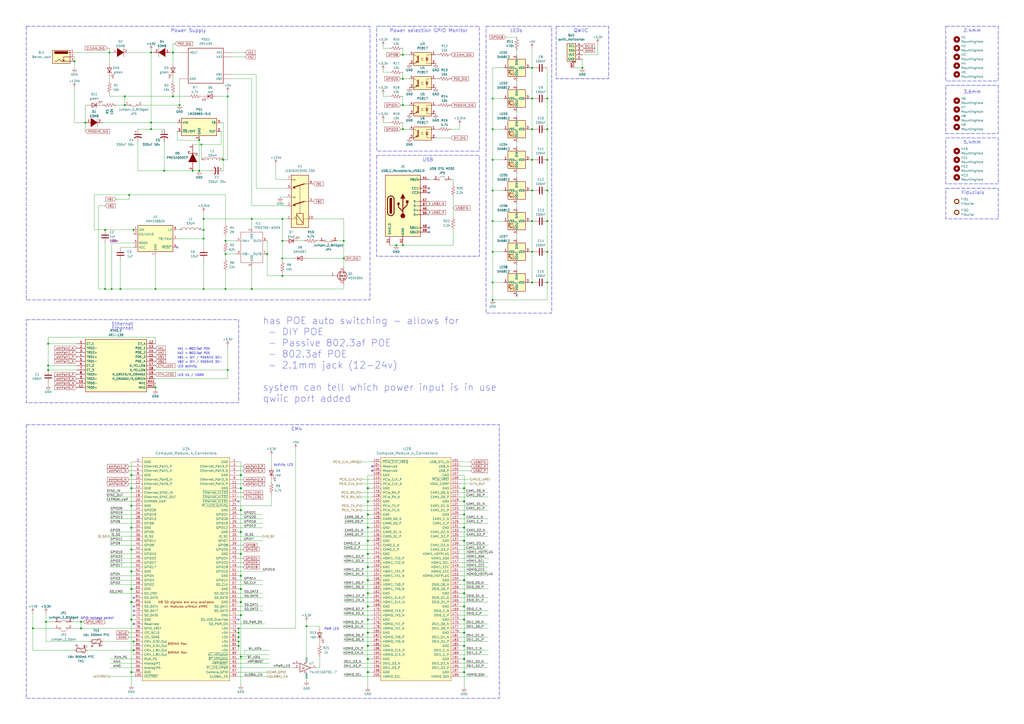
<source format=kicad_sch>
(kicad_sch (version 20230121) (generator eeschema)
  (paper "A2")
  (lib_symbols
    (symbol "Austins creations:12x12x8_inductor"
      (property "Reference" "L" (at 0 6.35 0))
      (property "Value" "12x12x8_inductor" (at 0 3.81 0))
      (symbol "12x12x8_inductor_1_1"
        (pin input line (at -6.35 0 0) (length 1.27) (name "1") (number "1"))
        (pin input line (at 6.35 0 180) (length 1.27) (name "2") (number "2"))
      )
    )
    (symbol "Austins creations:ARJ-139"
      (property "Reference" "RJ45_" (at 19.05 21.59 0))
      (property "Value" "ARJ-139" (at 19.05 19.05 0))
      (symbol "ARJ-139_1_1"
        (pin passive line (at -22.86 13.97 0) (length 5.08) (name "CT_1") (number "1"))
        (pin passive line (at -22.86 -8.89 0) (length 5.08) (name "TRD0-") (number "10"))
        (pin passive line (at -22.86 -11.43 0) (length 5.08) (name "TRD0+") (number "11"))
        (pin passive line (at 22.86 13.97 180) (length 5.08) (name "CT_4") (number "12"))
        (pin passive line (at 22.86 11.43 180) (length 5.08) (name "POE_1") (number "13"))
        (pin passive line (at 22.86 8.89 180) (length 5.08) (name "POE_2") (number "14"))
        (pin passive line (at 22.86 6.35 180) (length 5.08) (name "POE_3") (number "15"))
        (pin passive line (at 22.86 3.81 180) (length 5.08) (name "POE_4") (number "16"))
        (pin passive line (at 22.86 1.27 180) (length 5.08) (name "K_YELLOW") (number "17"))
        (pin passive line (at 22.86 -1.27 180) (length 5.08) (name "A_YELLOW") (number "18"))
        (pin passive line (at 22.86 -3.81 180) (length 5.08) (name "K_GREEN/A_ORANGE") (number "19"))
        (pin passive line (at -22.86 11.43 0) (length 5.08) (name "TRD2-") (number "2"))
        (pin passive line (at 22.86 -6.35 180) (length 5.08) (name "K_ORANGE/A_GREEN") (number "20"))
        (pin passive line (at -22.86 8.89 0) (length 5.08) (name "TRD2+") (number "3"))
        (pin passive line (at -22.86 6.35 0) (length 5.08) (name "TRD1+") (number "4"))
        (pin passive line (at -22.86 3.81 0) (length 5.08) (name "TRD1-") (number "5"))
        (pin passive line (at -22.86 1.27 0) (length 5.08) (name "CT_2") (number "6"))
        (pin passive line (at -22.86 -1.27 0) (length 5.08) (name "CT_3") (number "7"))
        (pin passive line (at -22.86 -3.81 0) (length 5.08) (name "TRD3+") (number "8"))
        (pin passive line (at -22.86 -6.35 0) (length 5.08) (name "TRD3-") (number "9"))
        (pin passive line (at 22.86 -8.89 180) (length 5.08) (name "MH1") (number "MH1"))
        (pin passive line (at 22.86 -11.43 180) (length 5.08) (name "MH2") (number "MH2"))
      )
    )
    (symbol "Austins creations:Barrel_Jack"
      (property "Reference" "BJ" (at -11.43 2.54 0))
      (property "Value" "Barrel_Jack" (at -11.43 0 0))
      (property "part #" "C319099" (at -11.43 -2.54 0))
      (symbol "Barrel_Jack_1_1"
        (pin passive line (at 7.62 2.54 180) (length 2.54) (name "~") (number "1"))
        (pin passive line (at 7.62 0 180) (length 2.54) (name "~") (number "2"))
        (pin passive line (at 7.62 -2.54 180) (length 2.54) (name "~") (number "3"))
      )
    )
    (symbol "Austins creations:Compute_Module_4_Connectors" (pin_names (offset 1.016))
      (property "Reference" "U2" (at 30.48 7.62 0))
      (property "Value" "Compute_Module_4_Connectors" (at 30.48 5.08 0))
      (symbol "Compute_Module_4_Connectors_1_1"
        (text "600mA Max" (at 35.56 -110.49 0) (effects (font (size 1.27 1.27))))
        (text "600mA Max" (at 35.56 -105.41 0) (effects (font (size 1.27 1.27))))
        (text "NB SD signals are only available" (at 30.48 -81.28 0) (effects (font (size 1.27 1.27))))
        (text "on modules without eMMC" (at 30.48 -83.82 0) (effects (font (size 1.27 1.27))))
        (pin power_in line (at 0 0 0) (length 5.08) (name "GND") (number "1"))
        (pin passive line (at 60.96 -10.16 180) (length 5.08) (name "Ethernet_Pair0_N") (number "10"))
        (pin output line (at 60.96 -124.46 180) (length 5.08) (name "~{nEXTRST}") (number "100"))
        (pin passive line (at 0 -12.7 0) (length 5.08) (name "Ethernet_Pair2_P") (number "11"))
        (pin passive line (at 60.96 -12.7 180) (length 5.08) (name "Ethernet_Pair0_P") (number "12"))
        (pin power_in line (at 0 -15.24 0) (length 5.08) (name "GND") (number "13"))
        (pin power_in line (at 60.96 -15.24 180) (length 5.08) (name "GND") (number "14"))
        (pin output line (at 0 -17.78 0) (length 5.08) (name "~{Ethernet_nLED3}") (number "15"))
        (pin input line (at 60.96 -17.78 180) (length 5.08) (name "Ethernet_SYNC_IN") (number "16"))
        (pin output line (at 0 -20.32 0) (length 5.08) (name "~{Ethernet_nLED2}") (number "17"))
        (pin input line (at 60.96 -20.32 180) (length 5.08) (name "Ethernet_SYNC_OUT") (number "18"))
        (pin output line (at 0 -22.86 0) (length 5.08) (name "~{Ethernet_nLED1}") (number "19"))
        (pin power_in line (at 60.96 0 180) (length 5.08) (name "GND") (number "2"))
        (pin passive line (at 60.96 -22.86 180) (length 5.08) (name "EEPROM_nWP") (number "20"))
        (pin open_collector line (at 0 -25.4 0) (length 5.08) (name "~{Pi_nLED_Activity}") (number "21"))
        (pin power_in line (at 60.96 -25.4 180) (length 5.08) (name "GND") (number "22"))
        (pin power_in line (at 0 -27.94 0) (length 5.08) (name "GND") (number "23"))
        (pin passive line (at 60.96 -27.94 180) (length 5.08) (name "GPIO26") (number "24"))
        (pin passive line (at 0 -30.48 0) (length 5.08) (name "GPIO21") (number "25"))
        (pin passive line (at 60.96 -30.48 180) (length 5.08) (name "GPIO19") (number "26"))
        (pin passive line (at 0 -33.02 0) (length 5.08) (name "GPIO20") (number "27"))
        (pin passive line (at 60.96 -33.02 180) (length 5.08) (name "GPIO13") (number "28"))
        (pin passive line (at 0 -35.56 0) (length 5.08) (name "GPIO16") (number "29"))
        (pin passive line (at 0 -2.54 0) (length 5.08) (name "Ethernet_Pair3_P") (number "3"))
        (pin passive line (at 60.96 -35.56 180) (length 5.08) (name "GPIO6") (number "30"))
        (pin passive line (at 0 -38.1 0) (length 5.08) (name "GPIO12") (number "31"))
        (pin power_in line (at 60.96 -38.1 180) (length 5.08) (name "GND") (number "32"))
        (pin power_in line (at 0 -40.64 0) (length 5.08) (name "GND") (number "33"))
        (pin passive line (at 60.96 -40.64 180) (length 5.08) (name "GPIO5") (number "34"))
        (pin passive line (at 0 -43.18 0) (length 5.08) (name "ID_SC") (number "35"))
        (pin passive line (at 60.96 -43.18 180) (length 5.08) (name "ID_SD") (number "36"))
        (pin passive line (at 0 -45.72 0) (length 5.08) (name "GPIO7") (number "37"))
        (pin passive line (at 60.96 -45.72 180) (length 5.08) (name "GPIO11") (number "38"))
        (pin passive line (at 0 -48.26 0) (length 5.08) (name "GPIO8") (number "39"))
        (pin passive line (at 60.96 -2.54 180) (length 5.08) (name "Ethernet_Pair1_P") (number "4"))
        (pin passive line (at 60.96 -48.26 180) (length 5.08) (name "GPIO9") (number "40"))
        (pin passive line (at 0 -50.8 0) (length 5.08) (name "GPIO25") (number "41"))
        (pin power_in line (at 60.96 -50.8 180) (length 5.08) (name "GND") (number "42"))
        (pin power_in line (at 0 -53.34 0) (length 5.08) (name "GND") (number "43"))
        (pin passive line (at 60.96 -53.34 180) (length 5.08) (name "GPIO10") (number "44"))
        (pin passive line (at 0 -55.88 0) (length 5.08) (name "GPIO24") (number "45"))
        (pin passive line (at 60.96 -55.88 180) (length 5.08) (name "GPIO22") (number "46"))
        (pin passive line (at 0 -58.42 0) (length 5.08) (name "GPIO23") (number "47"))
        (pin passive line (at 60.96 -58.42 180) (length 5.08) (name "GPIO27") (number "48"))
        (pin passive line (at 0 -60.96 0) (length 5.08) (name "GPIO18") (number "49"))
        (pin passive line (at 0 -5.08 0) (length 5.08) (name "Ethernet_Pair3_N") (number "5"))
        (pin passive line (at 60.96 -60.96 180) (length 5.08) (name "GPIO17") (number "50"))
        (pin passive line (at 0 -63.5 0) (length 5.08) (name "GPIO15") (number "51"))
        (pin power_in line (at 60.96 -63.5 180) (length 5.08) (name "GND") (number "52"))
        (pin power_in line (at 0 -66.04 0) (length 5.08) (name "GND") (number "53"))
        (pin passive line (at 60.96 -66.04 180) (length 5.08) (name "GPIO4") (number "54"))
        (pin passive line (at 0 -68.58 0) (length 5.08) (name "GPIO14") (number "55"))
        (pin passive line (at 60.96 -68.58 180) (length 5.08) (name "GPIO3") (number "56"))
        (pin passive line (at 0 -71.12 0) (length 5.08) (name "SD_CLK") (number "57"))
        (pin passive line (at 60.96 -71.12 180) (length 5.08) (name "GPIO2") (number "58"))
        (pin power_in line (at 0 -73.66 0) (length 5.08) (name "GND") (number "59"))
        (pin passive line (at 60.96 -5.08 180) (length 5.08) (name "Ethernet_Pair1_N") (number "6"))
        (pin power_in line (at 60.96 -73.66 180) (length 5.08) (name "GND") (number "60"))
        (pin passive line (at 0 -76.2 0) (length 5.08) (name "SD_DAT3") (number "61"))
        (pin passive line (at 60.96 -76.2 180) (length 5.08) (name "SD_CMD") (number "62"))
        (pin passive line (at 0 -78.74 0) (length 5.08) (name "SD_DAT0") (number "63"))
        (pin passive line (at 60.96 -78.74 180) (length 5.08) (name "SD_DAT5") (number "64"))
        (pin power_in line (at 0 -81.28 0) (length 5.08) (name "GND") (number "65"))
        (pin power_in line (at 60.96 -81.28 180) (length 5.08) (name "GND") (number "66"))
        (pin passive line (at 0 -83.82 0) (length 5.08) (name "SD_DAT1") (number "67"))
        (pin passive line (at 60.96 -83.82 180) (length 5.08) (name "SD_DAT4") (number "68"))
        (pin passive line (at 0 -86.36 0) (length 5.08) (name "SD_DAT2") (number "69"))
        (pin power_in line (at 0 -7.62 0) (length 5.08) (name "GND") (number "7"))
        (pin passive line (at 60.96 -86.36 180) (length 5.08) (name "SD_DAT7") (number "70"))
        (pin power_in line (at 0 -88.9 0) (length 5.08) (name "GND") (number "71"))
        (pin passive line (at 60.96 -88.9 180) (length 5.08) (name "SD_DAT6") (number "72"))
        (pin input line (at 0 -91.44 0) (length 5.08) (name "SD_VDD_Override") (number "73"))
        (pin power_in line (at 60.96 -91.44 180) (length 5.08) (name "GND") (number "74"))
        (pin output line (at 0 -93.98 0) (length 5.08) (name "SD_PWR_ON") (number "75"))
        (pin no_connect line (at 60.96 -93.98 180) (length 5.08) (name "Reserved") (number "76"))
        (pin power_in line (at 0 -96.52 0) (length 5.08) (name "+5V") (number "77"))
        (pin power_in line (at 60.96 -96.52 180) (length 5.08) (name "GPIO_VREF") (number "78"))
        (pin power_in line (at 0 -99.06 0) (length 5.08) (name "+5V") (number "79"))
        (pin power_in line (at 60.96 -7.62 180) (length 5.08) (name "GND") (number "8"))
        (pin bidirectional line (at 60.96 -99.06 180) (length 5.08) (name "I2C_SCL0") (number "80"))
        (pin power_in line (at 0 -101.6 0) (length 5.08) (name "+5V") (number "81"))
        (pin bidirectional line (at 60.96 -101.6 180) (length 5.08) (name "I2C_SDA0") (number "82"))
        (pin power_in line (at 0 -104.14 0) (length 5.08) (name "+5V") (number "83"))
        (pin power_out line (at 60.96 -104.14 180) (length 5.08) (name "CM4_3.3V_Out") (number "84"))
        (pin power_in line (at 0 -106.68 0) (length 5.08) (name "+5V") (number "85"))
        (pin power_out line (at 60.96 -106.68 180) (length 5.08) (name "CM4_3.3V_Out") (number "86"))
        (pin power_in line (at 0 -109.22 0) (length 5.08) (name "+5V") (number "87"))
        (pin power_out line (at 60.96 -109.22 180) (length 5.08) (name "CM4_1.8V_Out") (number "88"))
        (pin input line (at 0 -111.76 0) (length 5.08) (name "~{WL_nDisable}") (number "89"))
        (pin passive line (at 0 -10.16 0) (length 5.08) (name "Ethernet_Pair2_N") (number "9"))
        (pin power_out line (at 60.96 -111.76 180) (length 5.08) (name "CM4_1.8V_Out") (number "90"))
        (pin input line (at 0 -114.3 0) (length 5.08) (name "~{BT_nDisable}") (number "91"))
        (pin passive line (at 60.96 -114.3 180) (length 5.08) (name "RUN_PG") (number "92"))
        (pin input line (at 0 -116.84 0) (length 5.08) (name "~{nRPIBOOT}") (number "93"))
        (pin passive line (at 60.96 -116.84 180) (length 5.08) (name "AnalogIP1") (number "94"))
        (pin output line (at 0 -119.38 0) (length 5.08) (name "~{PI_LED_nPWR}") (number "95"))
        (pin passive line (at 60.96 -119.38 180) (length 5.08) (name "AnalogIP0") (number "96"))
        (pin passive line (at 0 -121.92 0) (length 5.08) (name "Camera_GPIO") (number "97"))
        (pin power_in line (at 60.96 -121.92 180) (length 5.08) (name "GND") (number "98"))
        (pin input line (at 0 -124.46 0) (length 5.08) (name "GLOBAL_EN") (number "99"))
      )
      (symbol "Compute_Module_4_Connectors_2_1"
        (pin input line (at 0 0 0) (length 5.08) (name "USB_OTG_ID") (number "101"))
        (pin input line (at 50.8 0 180) (length 5.08) (name "~{PCIe_CLK_nREQ}") (number "102"))
        (pin passive line (at 0 -2.54 0) (length 5.08) (name "USB_N") (number "103"))
        (pin no_connect line (at 50.8 -2.54 180) (length 5.08) (name "Reserved") (number "104"))
        (pin passive line (at 0 -5.08 0) (length 5.08) (name "USB_P") (number "105"))
        (pin no_connect line (at 50.8 -5.08 180) (length 5.08) (name "Reserved") (number "106"))
        (pin power_in line (at 0 -7.62 0) (length 5.08) (name "GND") (number "107"))
        (pin power_in line (at 50.8 -7.62 180) (length 5.08) (name "GND") (number "108"))
        (pin output line (at 0 -10.16 0) (length 5.08) (name "~{PCIe_nRST}") (number "109"))
        (pin output line (at 50.8 -10.16 180) (length 5.08) (name "PCIe_CLK_P") (number "110"))
        (pin output line (at 0 -12.7 0) (length 5.08) (name "VDAC_COMP") (number "111"))
        (pin output line (at 50.8 -12.7 180) (length 5.08) (name "PCIe_CLK_N") (number "112"))
        (pin power_in line (at 0 -15.24 0) (length 5.08) (name "GND") (number "113"))
        (pin power_in line (at 50.8 -15.24 180) (length 5.08) (name "GND") (number "114"))
        (pin input line (at 0 -17.78 0) (length 5.08) (name "CAM1_D0_N") (number "115"))
        (pin input line (at 50.8 -17.78 180) (length 5.08) (name "PCIe_RX_P") (number "116"))
        (pin input line (at 0 -20.32 0) (length 5.08) (name "CAM1_D0_P") (number "117"))
        (pin input line (at 50.8 -20.32 180) (length 5.08) (name "PCIe_RX_N") (number "118"))
        (pin power_in line (at 0 -22.86 0) (length 5.08) (name "GND") (number "119"))
        (pin power_in line (at 50.8 -22.86 180) (length 5.08) (name "GND") (number "120"))
        (pin input line (at 0 -25.4 0) (length 5.08) (name "CAM1_D1_N") (number "121"))
        (pin output line (at 50.8 -25.4 180) (length 5.08) (name "PCIe_TX_P") (number "122"))
        (pin input line (at 0 -27.94 0) (length 5.08) (name "CAM1_D1_P") (number "123"))
        (pin output line (at 50.8 -27.94 180) (length 5.08) (name "PCIe_TX_N") (number "124"))
        (pin power_in line (at 0 -30.48 0) (length 5.08) (name "GND") (number "125"))
        (pin power_in line (at 50.8 -30.48 180) (length 5.08) (name "GND") (number "126"))
        (pin input line (at 0 -33.02 0) (length 5.08) (name "CAM1_C_N") (number "127"))
        (pin input line (at 50.8 -33.02 180) (length 5.08) (name "CAM0_D0_N") (number "128"))
        (pin input line (at 0 -35.56 0) (length 5.08) (name "CAM1_C_P") (number "129"))
        (pin input line (at 50.8 -35.56 180) (length 5.08) (name "CAM0_D0_P") (number "130"))
        (pin power_in line (at 0 -38.1 0) (length 5.08) (name "GND") (number "131"))
        (pin power_in line (at 50.8 -38.1 180) (length 5.08) (name "GND") (number "132"))
        (pin input line (at 0 -40.64 0) (length 5.08) (name "CAM1_D2_N") (number "133"))
        (pin input line (at 50.8 -40.64 180) (length 5.08) (name "CAM0_D1_N") (number "134"))
        (pin input line (at 0 -43.18 0) (length 5.08) (name "CAM1_D2_P") (number "135"))
        (pin input line (at 50.8 -43.18 180) (length 5.08) (name "CAM0_D1_P") (number "136"))
        (pin power_in line (at 0 -45.72 0) (length 5.08) (name "GND") (number "137"))
        (pin power_in line (at 50.8 -45.72 180) (length 5.08) (name "GND") (number "138"))
        (pin input line (at 0 -48.26 0) (length 5.08) (name "CAM1_D3_N") (number "139"))
        (pin input line (at 50.8 -48.26 180) (length 5.08) (name "CAM0_C_N") (number "140"))
        (pin input line (at 0 -50.8 0) (length 5.08) (name "CAM1_D3_P") (number "141"))
        (pin input line (at 50.8 -50.8 180) (length 5.08) (name "CAM0_C_P") (number "142"))
        (pin input line (at 0 -53.34 0) (length 5.08) (name "HDMI1_HOTPLUG") (number "143"))
        (pin power_in line (at 50.8 -53.34 180) (length 5.08) (name "GND") (number "144"))
        (pin bidirectional line (at 0 -55.88 0) (length 5.08) (name "HDMI1_SDA") (number "145"))
        (pin output line (at 50.8 -55.88 180) (length 5.08) (name "HDMI1_TX2_P") (number "146"))
        (pin open_collector line (at 0 -58.42 0) (length 5.08) (name "HDMI1_SCL") (number "147"))
        (pin output line (at 50.8 -58.42 180) (length 5.08) (name "HDMI1_TX2_N") (number "148"))
        (pin open_collector line (at 0 -60.96 0) (length 5.08) (name "HDMI1_CEC") (number "149"))
        (pin power_in line (at 50.8 -60.96 180) (length 5.08) (name "GND") (number "150"))
        (pin open_collector line (at 0 -63.5 0) (length 5.08) (name "HDMI0_CEC") (number "151"))
        (pin output line (at 50.8 -63.5 180) (length 5.08) (name "HDMI1_TX1_P") (number "152"))
        (pin input line (at 0 -66.04 0) (length 5.08) (name "HDMI0_HOTPLUG") (number "153"))
        (pin output line (at 50.8 -66.04 180) (length 5.08) (name "HDMI1_TX1_N") (number "154"))
        (pin power_in line (at 0 -68.58 0) (length 5.08) (name "GND") (number "155"))
        (pin power_in line (at 50.8 -68.58 180) (length 5.08) (name "GND") (number "156"))
        (pin output line (at 0 -71.12 0) (length 5.08) (name "DSI0_D0_N") (number "157"))
        (pin output line (at 50.8 -71.12 180) (length 5.08) (name "HDMI1_TX0_P") (number "158"))
        (pin output line (at 0 -73.66 0) (length 5.08) (name "DSI0_D0_P") (number "159"))
        (pin output line (at 50.8 -73.66 180) (length 5.08) (name "HDMI1_TX0_N") (number "160"))
        (pin power_in line (at 0 -76.2 0) (length 5.08) (name "GND") (number "161"))
        (pin power_in line (at 50.8 -76.2 180) (length 5.08) (name "GND") (number "162"))
        (pin output line (at 0 -78.74 0) (length 5.08) (name "DSI0_D1_N") (number "163"))
        (pin output line (at 50.8 -78.74 180) (length 5.08) (name "HDMI1_CLK_P") (number "164"))
        (pin output line (at 0 -81.28 0) (length 5.08) (name "DSI0_D1_P") (number "165"))
        (pin output line (at 50.8 -81.28 180) (length 5.08) (name "HDMI1_CLK_N") (number "166"))
        (pin power_in line (at 0 -83.82 0) (length 5.08) (name "GND") (number "167"))
        (pin power_in line (at 50.8 -83.82 180) (length 5.08) (name "GND") (number "168"))
        (pin output line (at 0 -86.36 0) (length 5.08) (name "DSI0_C_N") (number "169"))
        (pin output line (at 50.8 -86.36 180) (length 5.08) (name "HDMI0_TX2_P") (number "170"))
        (pin output line (at 0 -88.9 0) (length 5.08) (name "DSI0_C_P") (number "171"))
        (pin output line (at 50.8 -88.9 180) (length 5.08) (name "HDMI0_TX2_N") (number "172"))
        (pin power_in line (at 0 -91.44 0) (length 5.08) (name "GND") (number "173"))
        (pin power_in line (at 50.8 -91.44 180) (length 5.08) (name "GND") (number "174"))
        (pin output line (at 0 -93.98 0) (length 5.08) (name "DSI1_D0_N") (number "175"))
        (pin output line (at 50.8 -93.98 180) (length 5.08) (name "HDMI0_TX1_P") (number "176"))
        (pin output line (at 0 -96.52 0) (length 5.08) (name "DSI1_D0_P") (number "177"))
        (pin output line (at 50.8 -96.52 180) (length 5.08) (name "HDMI0_TX1_N") (number "178"))
        (pin power_in line (at 0 -99.06 0) (length 5.08) (name "GND") (number "179"))
        (pin power_in line (at 50.8 -99.06 180) (length 5.08) (name "GND") (number "180"))
        (pin output line (at 0 -101.6 0) (length 5.08) (name "DSI1_D1_N") (number "181"))
        (pin output line (at 50.8 -101.6 180) (length 5.08) (name "HDMI0_TX0_P") (number "182"))
        (pin output line (at 0 -104.14 0) (length 5.08) (name "DSI1_D1_P") (number "183"))
        (pin output line (at 50.8 -104.14 180) (length 5.08) (name "HDMI0_TX0_N") (number "184"))
        (pin power_in line (at 0 -106.68 0) (length 5.08) (name "GND") (number "185"))
        (pin power_in line (at 50.8 -106.68 180) (length 5.08) (name "GND") (number "186"))
        (pin output line (at 0 -109.22 0) (length 5.08) (name "DSI1_C_N") (number "187"))
        (pin output line (at 50.8 -109.22 180) (length 5.08) (name "HDMI0_CLK_P") (number "188"))
        (pin output line (at 0 -111.76 0) (length 5.08) (name "DSI1_C_P") (number "189"))
        (pin output line (at 50.8 -111.76 180) (length 5.08) (name "HDMI0_CLK_N") (number "190"))
        (pin power_in line (at 0 -114.3 0) (length 5.08) (name "GND") (number "191"))
        (pin power_in line (at 50.8 -114.3 180) (length 5.08) (name "GND") (number "192"))
        (pin output line (at 0 -116.84 0) (length 5.08) (name "DSI1_D2_N") (number "193"))
        (pin output line (at 50.8 -116.84 180) (length 5.08) (name "DSI1_D3_N") (number "194"))
        (pin output line (at 0 -119.38 0) (length 5.08) (name "DSI1_D2_P") (number "195"))
        (pin output line (at 50.8 -119.38 180) (length 5.08) (name "DSI1_D3_P") (number "196"))
        (pin power_in line (at 0 -121.92 0) (length 5.08) (name "GND") (number "197"))
        (pin power_in line (at 50.8 -121.92 180) (length 5.08) (name "GND") (number "198"))
        (pin bidirectional line (at 0 -124.46 0) (length 5.08) (name "HDMI0_SDA") (number "199"))
        (pin open_collector line (at 50.8 -124.46 180) (length 5.08) (name "HDMI0_SCL") (number "200"))
      )
    )
    (symbol "Austins creations:DP1435"
      (property "Reference" "POE" (at 0 13.97 0))
      (property "Value" "DP1435" (at 0 11.43 0))
      (symbol "DP1435_1_0"
        (pin bidirectional line (at 15.24 -7.62 180) (length 5.08) (name "GND") (number "GND"))
        (pin bidirectional line (at -15.24 7.62 0) (length 5.08) (name "VA1") (number "VA1"))
        (pin bidirectional line (at -15.24 5.08 0) (length 5.08) (name "VA2") (number "VA2"))
        (pin bidirectional line (at -15.24 -5.08 0) (length 5.08) (name "VB1") (number "VB1"))
        (pin bidirectional line (at -15.24 -7.62 0) (length 5.08) (name "VB2") (number "VB2"))
        (pin bidirectional line (at 15.24 7.62 180) (length 5.08) (name "VOUT") (number "VOUT"))
      )
    )
    (symbol "Austins creations:LM2596S"
      (property "Reference" "PS" (at 0 8.89 0))
      (property "Value" "LM2596S" (at 0 6.35 0))
      (symbol "LM2596S_1_1"
        (pin power_in line (at -12.7 2.54 0) (length 2.54) (name "VIN") (number "1"))
        (pin output line (at 12.7 -2.54 180) (length 2.54) (name "OUT") (number "2"))
        (pin power_in line (at 0 -7.62 90) (length 2.54) (name "GND") (number "3"))
        (pin input line (at 12.7 2.54 180) (length 2.54) (name "FB") (number "4"))
        (pin input line (at -12.7 -2.54 0) (length 2.54) (name "~{ON}/OFF") (number "5"))
      )
    )
    (symbol "Austins creations:PMEG4050EP"
      (property "Reference" "D" (at 0 8.89 0))
      (property "Value" "PMEG4050EP" (at 0 6.35 0))
      (property "part #" "C96235" (at 0 3.81 0))
      (symbol "PMEG4050EP_1_0"
        (pin bidirectional line (at -7.62 0 0) (length 2.54) (name "K") (number "1"))
        (pin bidirectional line (at 7.62 0 180) (length 2.54) (name "A") (number "2"))
      )
    )
    (symbol "Austins creations:TPS3700-WSON"
      (property "Reference" "IC" (at 3.81 10.16 0))
      (property "Value" "TPS3700-WSON" (at 5.08 12.7 0))
      (symbol "TPS3700-WSON_1_1"
        (pin input line (at 8.89 -3.81 180) (length 2.54) (name "OUTB") (number "1"))
        (pin input line (at 0 11.43 270) (length 2.54) (name "VDD") (number "2"))
        (pin input line (at -8.89 -3.81 0) (length 2.54) (name "INB-") (number "3"))
        (pin input line (at -8.89 3.81 0) (length 2.54) (name "INA+") (number "4"))
        (pin input line (at 0 -11.43 90) (length 2.54) (name "GND") (number "5"))
        (pin input line (at 8.89 3.81 180) (length 2.54) (name "OUTA") (number "6"))
      )
    )
    (symbol "Austins creations:qwiic_horizontal"
      (property "Reference" "Qw" (at 0 11.43 0))
      (property "Value" "qwiic_horizontal" (at 0 8.89 0))
      (property "part #" "C145956" (at 0 6.35 0))
      (symbol "qwiic_horizontal_1_1"
        (text "Mounting" (at 1.27 -5.461 0) (effects (font (size 0.381 0.381))))
        (pin passive line (at -3.81 -3.81 0) (length 3.81) (name "GND") (number "1"))
        (pin passive line (at -3.81 -1.27 0) (length 3.81) (name "VCC") (number "2"))
        (pin passive line (at -3.81 1.27 0) (length 3.81) (name "SDA") (number "3"))
        (pin passive line (at -3.81 3.81 0) (length 3.81) (name "SCL") (number "4"))
        (pin passive line (at 1.27 -8.89 90) (length 3.048) (name "") (number "MP"))
      )
    )
    (symbol "CM4IO:74LVC1G07_copy"
      (property "Reference" "U7" (at 1.524 2.54 0))
      (property "Value" "74LVC1G07SE-7" (at 1.524 -2.54 0))
      (symbol "74LVC1G07_copy_1_1"
        (pin no_connect line (at -7.62 2.54 0) (length 3.81) (name "~") (number "1"))
        (pin input line (at -7.62 0 0) (length 3.81) (name "~") (number "2"))
        (pin power_in line (at 0 -2.54 270) (length 0) (name "GND") (number "3"))
        (pin open_collector line (at 6.35 0 180) (length 3.81) (name "~") (number "4"))
        (pin power_in line (at 0 2.54 90) (length 0) (name "VCC") (number "5"))
      )
    )
    (symbol "Compute_Module_4_Connectors_1" (pin_names (offset 1.016))
      (property "Reference" "U2" (at 30.48 7.62 0))
      (property "Value" "Compute_Module_4_Connectors" (at 30.48 5.08 0))
      (symbol "Compute_Module_4_Connectors_1_1_1"
        (text "600mA Max" (at 35.56 -110.49 0) (effects (font (size 1.27 1.27))))
        (text "600mA Max" (at 35.56 -105.41 0) (effects (font (size 1.27 1.27))))
        (text "NB SD signals are only available" (at 30.48 -81.28 0) (effects (font (size 1.27 1.27))))
        (text "on modules without eMMC" (at 30.48 -83.82 0) (effects (font (size 1.27 1.27))))
        (pin power_in line (at 0 0 0) (length 5.08) (name "GND") (number "1"))
        (pin passive line (at 60.96 -10.16 180) (length 5.08) (name "Ethernet_Pair0_N") (number "10"))
        (pin output line (at 60.96 -124.46 180) (length 5.08) (name "~{nEXTRST}") (number "100"))
        (pin passive line (at 0 -12.7 0) (length 5.08) (name "Ethernet_Pair2_P") (number "11"))
        (pin passive line (at 60.96 -12.7 180) (length 5.08) (name "Ethernet_Pair0_P") (number "12"))
        (pin power_in line (at 0 -15.24 0) (length 5.08) (name "GND") (number "13"))
        (pin power_in line (at 60.96 -15.24 180) (length 5.08) (name "GND") (number "14"))
        (pin output line (at 0 -17.78 0) (length 5.08) (name "~{Ethernet_nLED3}") (number "15"))
        (pin input line (at 60.96 -17.78 180) (length 5.08) (name "Ethernet_SYNC_IN") (number "16"))
        (pin output line (at 0 -20.32 0) (length 5.08) (name "~{Ethernet_nLED2}") (number "17"))
        (pin input line (at 60.96 -20.32 180) (length 5.08) (name "Ethernet_SYNC_OUT") (number "18"))
        (pin output line (at 0 -22.86 0) (length 5.08) (name "~{Ethernet_nLED1}") (number "19"))
        (pin power_in line (at 60.96 0 180) (length 5.08) (name "GND") (number "2"))
        (pin passive line (at 60.96 -22.86 180) (length 5.08) (name "EEPROM_nWP") (number "20"))
        (pin open_collector line (at 0 -25.4 0) (length 5.08) (name "~{Pi_nLED_Activity}") (number "21"))
        (pin power_in line (at 60.96 -25.4 180) (length 5.08) (name "GND") (number "22"))
        (pin power_in line (at 0 -27.94 0) (length 5.08) (name "GND") (number "23"))
        (pin passive line (at 60.96 -27.94 180) (length 5.08) (name "GPIO26") (number "24"))
        (pin passive line (at 0 -30.48 0) (length 5.08) (name "GPIO21") (number "25"))
        (pin passive line (at 60.96 -30.48 180) (length 5.08) (name "GPIO19") (number "26"))
        (pin passive line (at 0 -33.02 0) (length 5.08) (name "GPIO20") (number "27"))
        (pin passive line (at 60.96 -33.02 180) (length 5.08) (name "GPIO13") (number "28"))
        (pin passive line (at 0 -35.56 0) (length 5.08) (name "GPIO16") (number "29"))
        (pin passive line (at 0 -2.54 0) (length 5.08) (name "Ethernet_Pair3_P") (number "3"))
        (pin passive line (at 60.96 -35.56 180) (length 5.08) (name "GPIO6") (number "30"))
        (pin passive line (at 0 -38.1 0) (length 5.08) (name "GPIO12") (number "31"))
        (pin power_in line (at 60.96 -38.1 180) (length 5.08) (name "GND") (number "32"))
        (pin power_in line (at 0 -40.64 0) (length 5.08) (name "GND") (number "33"))
        (pin passive line (at 60.96 -40.64 180) (length 5.08) (name "GPIO5") (number "34"))
        (pin passive line (at 0 -43.18 0) (length 5.08) (name "ID_SC") (number "35"))
        (pin passive line (at 60.96 -43.18 180) (length 5.08) (name "ID_SD") (number "36"))
        (pin passive line (at 0 -45.72 0) (length 5.08) (name "GPIO7") (number "37"))
        (pin passive line (at 60.96 -45.72 180) (length 5.08) (name "GPIO11") (number "38"))
        (pin passive line (at 0 -48.26 0) (length 5.08) (name "GPIO8") (number "39"))
        (pin passive line (at 60.96 -2.54 180) (length 5.08) (name "Ethernet_Pair1_P") (number "4"))
        (pin passive line (at 60.96 -48.26 180) (length 5.08) (name "GPIO9") (number "40"))
        (pin passive line (at 0 -50.8 0) (length 5.08) (name "GPIO25") (number "41"))
        (pin power_in line (at 60.96 -50.8 180) (length 5.08) (name "GND") (number "42"))
        (pin power_in line (at 0 -53.34 0) (length 5.08) (name "GND") (number "43"))
        (pin passive line (at 60.96 -53.34 180) (length 5.08) (name "GPIO10") (number "44"))
        (pin passive line (at 0 -55.88 0) (length 5.08) (name "GPIO24") (number "45"))
        (pin passive line (at 60.96 -55.88 180) (length 5.08) (name "GPIO22") (number "46"))
        (pin passive line (at 0 -58.42 0) (length 5.08) (name "GPIO23") (number "47"))
        (pin passive line (at 60.96 -58.42 180) (length 5.08) (name "GPIO27") (number "48"))
        (pin passive line (at 0 -60.96 0) (length 5.08) (name "GPIO18") (number "49"))
        (pin passive line (at 0 -5.08 0) (length 5.08) (name "Ethernet_Pair3_N") (number "5"))
        (pin passive line (at 60.96 -60.96 180) (length 5.08) (name "GPIO17") (number "50"))
        (pin passive line (at 0 -63.5 0) (length 5.08) (name "GPIO15") (number "51"))
        (pin power_in line (at 60.96 -63.5 180) (length 5.08) (name "GND") (number "52"))
        (pin power_in line (at 0 -66.04 0) (length 5.08) (name "GND") (number "53"))
        (pin passive line (at 60.96 -66.04 180) (length 5.08) (name "GPIO4") (number "54"))
        (pin passive line (at 0 -68.58 0) (length 5.08) (name "GPIO14") (number "55"))
        (pin passive line (at 60.96 -68.58 180) (length 5.08) (name "GPIO3") (number "56"))
        (pin passive line (at 0 -71.12 0) (length 5.08) (name "SD_CLK") (number "57"))
        (pin passive line (at 60.96 -71.12 180) (length 5.08) (name "GPIO2") (number "58"))
        (pin power_in line (at 0 -73.66 0) (length 5.08) (name "GND") (number "59"))
        (pin passive line (at 60.96 -5.08 180) (length 5.08) (name "Ethernet_Pair1_N") (number "6"))
        (pin power_in line (at 60.96 -73.66 180) (length 5.08) (name "GND") (number "60"))
        (pin passive line (at 0 -76.2 0) (length 5.08) (name "SD_DAT3") (number "61"))
        (pin passive line (at 60.96 -76.2 180) (length 5.08) (name "SD_CMD") (number "62"))
        (pin passive line (at 0 -78.74 0) (length 5.08) (name "SD_DAT0") (number "63"))
        (pin passive line (at 60.96 -78.74 180) (length 5.08) (name "SD_DAT5") (number "64"))
        (pin power_in line (at 0 -81.28 0) (length 5.08) (name "GND") (number "65"))
        (pin power_in line (at 60.96 -81.28 180) (length 5.08) (name "GND") (number "66"))
        (pin passive line (at 0 -83.82 0) (length 5.08) (name "SD_DAT1") (number "67"))
        (pin passive line (at 60.96 -83.82 180) (length 5.08) (name "SD_DAT4") (number "68"))
        (pin passive line (at 0 -86.36 0) (length 5.08) (name "SD_DAT2") (number "69"))
        (pin power_in line (at 0 -7.62 0) (length 5.08) (name "GND") (number "7"))
        (pin passive line (at 60.96 -86.36 180) (length 5.08) (name "SD_DAT7") (number "70"))
        (pin power_in line (at 0 -88.9 0) (length 5.08) (name "GND") (number "71"))
        (pin passive line (at 60.96 -88.9 180) (length 5.08) (name "SD_DAT6") (number "72"))
        (pin input line (at 0 -91.44 0) (length 5.08) (name "SD_VDD_Override") (number "73"))
        (pin power_in line (at 60.96 -91.44 180) (length 5.08) (name "GND") (number "74"))
        (pin output line (at 0 -93.98 0) (length 5.08) (name "SD_PWR_ON") (number "75"))
        (pin no_connect line (at 60.96 -93.98 180) (length 5.08) (name "Reserved") (number "76"))
        (pin power_in line (at 0 -96.52 0) (length 5.08) (name "+5V") (number "77"))
        (pin power_in line (at 60.96 -96.52 180) (length 5.08) (name "GPIO_VREF") (number "78"))
        (pin power_in line (at 0 -99.06 0) (length 5.08) (name "+5V") (number "79"))
        (pin power_in line (at 60.96 -7.62 180) (length 5.08) (name "GND") (number "8"))
        (pin bidirectional line (at 60.96 -99.06 180) (length 5.08) (name "I2C_SCL0") (number "80"))
        (pin power_in line (at 0 -101.6 0) (length 5.08) (name "+5V") (number "81"))
        (pin bidirectional line (at 60.96 -101.6 180) (length 5.08) (name "I2C_SDA0") (number "82"))
        (pin power_in line (at 0 -104.14 0) (length 5.08) (name "+5V") (number "83"))
        (pin power_out line (at 60.96 -104.14 180) (length 5.08) (name "CM4_3.3V_Out") (number "84"))
        (pin power_in line (at 0 -106.68 0) (length 5.08) (name "+5V") (number "85"))
        (pin power_out line (at 60.96 -106.68 180) (length 5.08) (name "CM4_3.3V_Out") (number "86"))
        (pin power_in line (at 0 -109.22 0) (length 5.08) (name "+5V") (number "87"))
        (pin power_out line (at 60.96 -109.22 180) (length 5.08) (name "CM4_1.8V_Out") (number "88"))
        (pin input line (at 0 -111.76 0) (length 5.08) (name "~{WL_nDisable}") (number "89"))
        (pin passive line (at 0 -10.16 0) (length 5.08) (name "Ethernet_Pair2_N") (number "9"))
        (pin power_out line (at 60.96 -111.76 180) (length 5.08) (name "CM4_1.8V_Out") (number "90"))
        (pin input line (at 0 -114.3 0) (length 5.08) (name "~{BT_nDisable}") (number "91"))
        (pin passive line (at 60.96 -114.3 180) (length 5.08) (name "RUN_PG") (number "92"))
        (pin input line (at 0 -116.84 0) (length 5.08) (name "~{nRPIBOOT}") (number "93"))
        (pin passive line (at 60.96 -116.84 180) (length 5.08) (name "AnalogIP1") (number "94"))
        (pin output line (at 0 -119.38 0) (length 5.08) (name "~{PI_LED_nPWR}") (number "95"))
        (pin passive line (at 60.96 -119.38 180) (length 5.08) (name "AnalogIP0") (number "96"))
        (pin passive line (at 0 -121.92 0) (length 5.08) (name "Camera_GPIO") (number "97"))
        (pin power_in line (at 60.96 -121.92 180) (length 5.08) (name "GND") (number "98"))
        (pin input line (at 0 -124.46 0) (length 5.08) (name "GLOBAL_EN") (number "99"))
      )
      (symbol "Compute_Module_4_Connectors_1_2_1"
        (pin input line (at 0 0 0) (length 5.08) (name "USB_OTG_ID") (number "101"))
        (pin input line (at 50.8 0 180) (length 5.08) (name "~{PCIe_CLK_nREQ}") (number "102"))
        (pin passive line (at 0 -2.54 0) (length 5.08) (name "USB_N") (number "103"))
        (pin no_connect line (at 50.8 -2.54 180) (length 5.08) (name "Reserved") (number "104"))
        (pin passive line (at 0 -5.08 0) (length 5.08) (name "USB_P") (number "105"))
        (pin no_connect line (at 50.8 -5.08 180) (length 5.08) (name "Reserved") (number "106"))
        (pin power_in line (at 0 -7.62 0) (length 5.08) (name "GND") (number "107"))
        (pin power_in line (at 50.8 -7.62 180) (length 5.08) (name "GND") (number "108"))
        (pin output line (at 0 -10.16 0) (length 5.08) (name "~{PCIe_nRST}") (number "109"))
        (pin output line (at 50.8 -10.16 180) (length 5.08) (name "PCIe_CLK_P") (number "110"))
        (pin output line (at 0 -12.7 0) (length 5.08) (name "VDAC_COMP") (number "111"))
        (pin output line (at 50.8 -12.7 180) (length 5.08) (name "PCIe_CLK_N") (number "112"))
        (pin power_in line (at 0 -15.24 0) (length 5.08) (name "GND") (number "113"))
        (pin power_in line (at 50.8 -15.24 180) (length 5.08) (name "GND") (number "114"))
        (pin input line (at 0 -17.78 0) (length 5.08) (name "CAM1_D0_N") (number "115"))
        (pin input line (at 50.8 -17.78 180) (length 5.08) (name "PCIe_RX_P") (number "116"))
        (pin input line (at 0 -20.32 0) (length 5.08) (name "CAM1_D0_P") (number "117"))
        (pin input line (at 50.8 -20.32 180) (length 5.08) (name "PCIe_RX_N") (number "118"))
        (pin power_in line (at 0 -22.86 0) (length 5.08) (name "GND") (number "119"))
        (pin power_in line (at 50.8 -22.86 180) (length 5.08) (name "GND") (number "120"))
        (pin input line (at 0 -25.4 0) (length 5.08) (name "CAM1_D1_N") (number "121"))
        (pin output line (at 50.8 -25.4 180) (length 5.08) (name "PCIe_TX_P") (number "122"))
        (pin input line (at 0 -27.94 0) (length 5.08) (name "CAM1_D1_P") (number "123"))
        (pin output line (at 50.8 -27.94 180) (length 5.08) (name "PCIe_TX_N") (number "124"))
        (pin power_in line (at 0 -30.48 0) (length 5.08) (name "GND") (number "125"))
        (pin power_in line (at 50.8 -30.48 180) (length 5.08) (name "GND") (number "126"))
        (pin input line (at 0 -33.02 0) (length 5.08) (name "CAM1_C_N") (number "127"))
        (pin input line (at 50.8 -33.02 180) (length 5.08) (name "CAM0_D0_N") (number "128"))
        (pin input line (at 0 -35.56 0) (length 5.08) (name "CAM1_C_P") (number "129"))
        (pin input line (at 50.8 -35.56 180) (length 5.08) (name "CAM0_D0_P") (number "130"))
        (pin power_in line (at 0 -38.1 0) (length 5.08) (name "GND") (number "131"))
        (pin power_in line (at 50.8 -38.1 180) (length 5.08) (name "GND") (number "132"))
        (pin input line (at 0 -40.64 0) (length 5.08) (name "CAM1_D2_N") (number "133"))
        (pin input line (at 50.8 -40.64 180) (length 5.08) (name "CAM0_D1_N") (number "134"))
        (pin input line (at 0 -43.18 0) (length 5.08) (name "CAM1_D2_P") (number "135"))
        (pin input line (at 50.8 -43.18 180) (length 5.08) (name "CAM0_D1_P") (number "136"))
        (pin power_in line (at 0 -45.72 0) (length 5.08) (name "GND") (number "137"))
        (pin power_in line (at 50.8 -45.72 180) (length 5.08) (name "GND") (number "138"))
        (pin input line (at 0 -48.26 0) (length 5.08) (name "CAM1_D3_N") (number "139"))
        (pin input line (at 50.8 -48.26 180) (length 5.08) (name "CAM0_C_N") (number "140"))
        (pin input line (at 0 -50.8 0) (length 5.08) (name "CAM1_D3_P") (number "141"))
        (pin input line (at 50.8 -50.8 180) (length 5.08) (name "CAM0_C_P") (number "142"))
        (pin input line (at 0 -53.34 0) (length 5.08) (name "HDMI1_HOTPLUG") (number "143"))
        (pin power_in line (at 50.8 -53.34 180) (length 5.08) (name "GND") (number "144"))
        (pin bidirectional line (at 0 -55.88 0) (length 5.08) (name "HDMI1_SDA") (number "145"))
        (pin output line (at 50.8 -55.88 180) (length 5.08) (name "HDMI1_TX2_P") (number "146"))
        (pin open_collector line (at 0 -58.42 0) (length 5.08) (name "HDMI1_SCL") (number "147"))
        (pin output line (at 50.8 -58.42 180) (length 5.08) (name "HDMI1_TX2_N") (number "148"))
        (pin open_collector line (at 0 -60.96 0) (length 5.08) (name "HDMI1_CEC") (number "149"))
        (pin power_in line (at 50.8 -60.96 180) (length 5.08) (name "GND") (number "150"))
        (pin open_collector line (at 0 -63.5 0) (length 5.08) (name "HDMI0_CEC") (number "151"))
        (pin output line (at 50.8 -63.5 180) (length 5.08) (name "HDMI1_TX1_P") (number "152"))
        (pin input line (at 0 -66.04 0) (length 5.08) (name "HDMI0_HOTPLUG") (number "153"))
        (pin output line (at 50.8 -66.04 180) (length 5.08) (name "HDMI1_TX1_N") (number "154"))
        (pin power_in line (at 0 -68.58 0) (length 5.08) (name "GND") (number "155"))
        (pin power_in line (at 50.8 -68.58 180) (length 5.08) (name "GND") (number "156"))
        (pin output line (at 0 -71.12 0) (length 5.08) (name "DSI0_D0_N") (number "157"))
        (pin output line (at 50.8 -71.12 180) (length 5.08) (name "HDMI1_TX0_P") (number "158"))
        (pin output line (at 0 -73.66 0) (length 5.08) (name "DSI0_D0_P") (number "159"))
        (pin output line (at 50.8 -73.66 180) (length 5.08) (name "HDMI1_TX0_N") (number "160"))
        (pin power_in line (at 0 -76.2 0) (length 5.08) (name "GND") (number "161"))
        (pin power_in line (at 50.8 -76.2 180) (length 5.08) (name "GND") (number "162"))
        (pin output line (at 0 -78.74 0) (length 5.08) (name "DSI0_D1_N") (number "163"))
        (pin output line (at 50.8 -78.74 180) (length 5.08) (name "HDMI1_CLK_P") (number "164"))
        (pin output line (at 0 -81.28 0) (length 5.08) (name "DSI0_D1_P") (number "165"))
        (pin output line (at 50.8 -81.28 180) (length 5.08) (name "HDMI1_CLK_N") (number "166"))
        (pin power_in line (at 0 -83.82 0) (length 5.08) (name "GND") (number "167"))
        (pin power_in line (at 50.8 -83.82 180) (length 5.08) (name "GND") (number "168"))
        (pin output line (at 0 -86.36 0) (length 5.08) (name "DSI0_C_N") (number "169"))
        (pin output line (at 50.8 -86.36 180) (length 5.08) (name "HDMI0_TX2_P") (number "170"))
        (pin output line (at 0 -88.9 0) (length 5.08) (name "DSI0_C_P") (number "171"))
        (pin output line (at 50.8 -88.9 180) (length 5.08) (name "HDMI0_TX2_N") (number "172"))
        (pin power_in line (at 0 -91.44 0) (length 5.08) (name "GND") (number "173"))
        (pin power_in line (at 50.8 -91.44 180) (length 5.08) (name "GND") (number "174"))
        (pin output line (at 0 -93.98 0) (length 5.08) (name "DSI1_D0_N") (number "175"))
        (pin output line (at 50.8 -93.98 180) (length 5.08) (name "HDMI0_TX1_P") (number "176"))
        (pin output line (at 0 -96.52 0) (length 5.08) (name "DSI1_D0_P") (number "177"))
        (pin output line (at 50.8 -96.52 180) (length 5.08) (name "HDMI0_TX1_N") (number "178"))
        (pin power_in line (at 0 -99.06 0) (length 5.08) (name "GND") (number "179"))
        (pin power_in line (at 50.8 -99.06 180) (length 5.08) (name "GND") (number "180"))
        (pin output line (at 0 -101.6 0) (length 5.08) (name "DSI1_D1_N") (number "181"))
        (pin output line (at 50.8 -101.6 180) (length 5.08) (name "HDMI0_TX0_P") (number "182"))
        (pin output line (at 0 -104.14 0) (length 5.08) (name "DSI1_D1_P") (number "183"))
        (pin output line (at 50.8 -104.14 180) (length 5.08) (name "HDMI0_TX0_N") (number "184"))
        (pin power_in line (at 0 -106.68 0) (length 5.08) (name "GND") (number "185"))
        (pin power_in line (at 50.8 -106.68 180) (length 5.08) (name "GND") (number "186"))
        (pin output line (at 0 -109.22 0) (length 5.08) (name "DSI1_C_N") (number "187"))
        (pin output line (at 50.8 -109.22 180) (length 5.08) (name "HDMI0_CLK_P") (number "188"))
        (pin output line (at 0 -111.76 0) (length 5.08) (name "DSI1_C_P") (number "189"))
        (pin output line (at 50.8 -111.76 180) (length 5.08) (name "HDMI0_CLK_N") (number "190"))
        (pin power_in line (at 0 -114.3 0) (length 5.08) (name "GND") (number "191"))
        (pin power_in line (at 50.8 -114.3 180) (length 5.08) (name "GND") (number "192"))
        (pin output line (at 0 -116.84 0) (length 5.08) (name "DSI1_D2_N") (number "193"))
        (pin output line (at 50.8 -116.84 180) (length 5.08) (name "DSI1_D3_N") (number "194"))
        (pin output line (at 0 -119.38 0) (length 5.08) (name "DSI1_D2_P") (number "195"))
        (pin output line (at 50.8 -119.38 180) (length 5.08) (name "DSI1_D3_P") (number "196"))
        (pin power_in line (at 0 -121.92 0) (length 5.08) (name "GND") (number "197"))
        (pin power_in line (at 50.8 -121.92 180) (length 5.08) (name "GND") (number "198"))
        (pin bidirectional line (at 0 -124.46 0) (length 5.08) (name "HDMI0_SDA") (number "199"))
        (pin open_collector line (at 50.8 -124.46 180) (length 5.08) (name "HDMI0_SCL") (number "200"))
      )
    )
    (symbol "Connector:USB_C_Receptacle_USB2.0" (pin_names (offset 1.016))
      (property "Reference" "J" (at -10.16 19.05 0))
      (property "Value" "USB_C_Receptacle_USB2.0" (at 19.05 19.05 0))
      (symbol "USB_C_Receptacle_USB2.0_1_1"
        (pin passive line (at 0 -22.86 90) (length 5.08) (name "GND") (number "A1"))
        (pin passive line (at 0 -22.86 90) (length 5.08) hide (name "GND") (number "A12"))
        (pin passive line (at 15.24 15.24 180) (length 5.08) (name "VBUS") (number "A4"))
        (pin bidirectional line (at 15.24 10.16 180) (length 5.08) (name "CC1") (number "A5"))
        (pin bidirectional line (at 15.24 -2.54 180) (length 5.08) (name "D+") (number "A6"))
        (pin bidirectional line (at 15.24 2.54 180) (length 5.08) (name "D-") (number "A7"))
        (pin bidirectional line (at 15.24 -12.7 180) (length 5.08) (name "SBU1") (number "A8"))
        (pin passive line (at 15.24 15.24 180) (length 5.08) hide (name "VBUS") (number "A9"))
        (pin passive line (at 0 -22.86 90) (length 5.08) hide (name "GND") (number "B1"))
        (pin passive line (at 0 -22.86 90) (length 5.08) hide (name "GND") (number "B12"))
        (pin passive line (at 15.24 15.24 180) (length 5.08) hide (name "VBUS") (number "B4"))
        (pin bidirectional line (at 15.24 7.62 180) (length 5.08) (name "CC2") (number "B5"))
        (pin bidirectional line (at 15.24 -5.08 180) (length 5.08) (name "D+") (number "B6"))
        (pin bidirectional line (at 15.24 0 180) (length 5.08) (name "D-") (number "B7"))
        (pin bidirectional line (at 15.24 -15.24 180) (length 5.08) (name "SBU2") (number "B8"))
        (pin passive line (at 15.24 15.24 180) (length 5.08) hide (name "VBUS") (number "B9"))
        (pin passive line (at -7.62 -22.86 90) (length 5.08) (name "SHIELD") (number "S1"))
      )
    )
    (symbol "Device:C" (pin_numbers hide) (pin_names (offset 0.254))
      (property "Reference" "C" (at 0.635 2.54 0))
      (property "Value" "C" (at 0.635 -2.54 0))
      (symbol "C_1_1"
        (pin passive line (at 0 3.81 270) (length 2.794) (name "~") (number "1"))
        (pin passive line (at 0 -3.81 90) (length 2.794) (name "~") (number "2"))
      )
    )
    (symbol "Device:C_Polarized_US" (pin_numbers hide) (pin_names (offset 0.254) hide)
      (property "Reference" "C" (at 0.635 2.54 0))
      (property "Value" "C_Polarized_US" (at 0.635 -2.54 0))
      (symbol "C_Polarized_US_1_1"
        (pin passive line (at 0 3.81 270) (length 2.794) (name "~") (number "1"))
        (pin passive line (at 0 -3.81 90) (length 3.302) (name "~") (number "2"))
      )
    )
    (symbol "Device:LED" (pin_numbers hide) (pin_names (offset 1.016) hide)
      (property "Reference" "D" (at 0 2.54 0))
      (property "Value" "LED" (at 0 -2.54 0))
      (symbol "LED_1_1"
        (pin passive line (at -3.81 0 0) (length 2.54) (name "K") (number "1"))
        (pin passive line (at 3.81 0 180) (length 2.54) (name "A") (number "2"))
      )
    )
    (symbol "Device:R_US" (pin_numbers hide) (pin_names (offset 0))
      (property "Reference" "R" (at 2.54 0 90))
      (property "Value" "R_US" (at -2.54 0 90))
      (symbol "R_US_1_1"
        (pin passive line (at 0 3.81 270) (length 1.27) (name "~") (number "1"))
        (pin passive line (at 0 -3.81 90) (length 1.27) (name "~") (number "2"))
      )
    )
    (symbol "Device:Thermistor_PTC" (pin_numbers hide) (pin_names (offset 0))
      (property "Reference" "TH" (at -4.064 0 90))
      (property "Value" "Thermistor_PTC" (at 3.048 0 90))
      (symbol "Thermistor_PTC_1_1"
        (pin passive line (at 0 3.81 270) (length 1.27) (name "~") (number "1"))
        (pin passive line (at 0 -3.81 90) (length 1.27) (name "~") (number "2"))
      )
    )
    (symbol "Diode:SM4007" (pin_numbers hide) (pin_names (offset 1.016) hide)
      (property "Reference" "D" (at 0 2.54 0))
      (property "Value" "SM4007" (at 0 -2.54 0))
      (symbol "SM4007_1_1"
        (pin passive line (at -3.81 0 0) (length 2.54) (name "K") (number "1"))
        (pin passive line (at 3.81 0 180) (length 2.54) (name "A") (number "2"))
      )
    )
    (symbol "GND_1" (power) (pin_names (offset 0))
      (property "Value" "GND_1" (at 0 -3.81 0))
      (symbol "GND_1_1_1"
        (pin power_in line (at 0 0 270) (length 0) hide (name "GND") (number "1"))
      )
    )
    (symbol "Isolator:PC817" (pin_names (offset 1.016))
      (property "Reference" "U" (at -5.08 5.08 0))
      (property "Value" "PC817" (at 0 5.08 0))
      (symbol "PC817_1_1"
        (pin passive line (at -7.62 2.54 0) (length 2.54) (name "~") (number "1"))
        (pin passive line (at -7.62 -2.54 0) (length 2.54) (name "~") (number "2"))
        (pin passive line (at 7.62 -2.54 180) (length 2.54) (name "~") (number "3"))
        (pin passive line (at 7.62 2.54 180) (length 2.54) (name "~") (number "4"))
      )
    )
    (symbol "Jumper:Jumper_2_Bridged" (pin_names (offset 0) hide)
      (property "Reference" "JP" (at 0 1.905 0))
      (property "Value" "Jumper_2_Bridged" (at 0 -2.54 0))
      (symbol "Jumper_2_Bridged_1_1"
        (pin passive line (at -5.08 0 0) (length 2.54) (name "A") (number "1"))
        (pin passive line (at 5.08 0 180) (length 2.54) (name "B") (number "2"))
      )
    )
    (symbol "Jumper:Jumper_2_Open" (pin_names (offset 0) hide)
      (property "Reference" "JP" (at 0 2.794 0))
      (property "Value" "Jumper_2_Open" (at 0 -2.286 0))
      (symbol "Jumper_2_Open_1_1"
        (pin passive line (at -5.08 0 0) (length 2.54) (name "A") (number "1"))
        (pin passive line (at 5.08 0 180) (length 2.54) (name "B") (number "2"))
      )
    )
    (symbol "LED:SK6812" (pin_names (offset 0.254))
      (property "Reference" "D" (at 5.08 5.715 0))
      (property "Value" "SK6812" (at 1.27 -5.715 0))
      (symbol "SK6812_0_0"
        (text "RGB" (at 2.286 -4.191 0) (effects (font (size 0.762 0.762))))
      )
      (symbol "SK6812_1_1"
        (pin power_in line (at 0 -7.62 90) (length 2.54) (name "VSS") (number "1"))
        (pin input line (at -7.62 0 0) (length 2.54) (name "DIN") (number "2"))
        (pin power_in line (at 0 7.62 270) (length 2.54) (name "VDD") (number "3"))
        (pin output line (at 7.62 0 180) (length 2.54) (name "DOUT") (number "4"))
      )
    )
    (symbol "Mechanical:Fiducial"
      (property "Reference" "FID" (at 0 5.08 0))
      (property "Value" "Fiducial" (at 0 3.175 0))
    )
    (symbol "Mechanical:MountingHole" (pin_names (offset 1.016))
      (property "Reference" "H" (at 0 5.08 0))
      (property "Value" "MountingHole" (at 0 3.175 0))
    )
    (symbol "Regulator_Switching:MAX15062A"
      (property "Reference" "U" (at -10.16 11.43 0))
      (property "Value" "MAX15062A" (at -10.16 8.89 0))
      (symbol "MAX15062A_1_1"
        (pin power_in line (at -12.7 5.08 0) (length 2.54) (name "VIN") (number "1"))
        (pin input line (at -12.7 2.54 0) (length 2.54) (name "EN/UVLO") (number "2"))
        (pin power_out line (at -12.7 -5.08 0) (length 2.54) (name "VCC") (number "3"))
        (pin input line (at 12.7 0 180) (length 2.54) (name "FB/Vout") (number "4"))
        (pin input line (at -12.7 -2.54 0) (length 2.54) (name "MODE") (number "5"))
        (pin open_collector line (at 12.7 -5.08 180) (length 2.54) (name "~{RESET}") (number "6"))
        (pin power_in line (at 0 -10.16 90) (length 2.54) (name "GND") (number "7"))
        (pin power_out line (at 12.7 5.08 180) (length 2.54) (name "LX") (number "8"))
      )
    )
    (symbol "Relay:AZ850-x"
      (property "Reference" "K" (at 16.51 3.81 0))
      (property "Value" "AZ850-x" (at 16.51 1.27 0))
      (symbol "AZ850-x_0_0"
        (text "+" (at -9.271 2.921 0) (effects (font (size 1.27 1.27))))
      )
      (symbol "AZ850-x_1_1"
        (pin passive line (at -10.16 7.62 270) (length 2.54) (name "~") (number "1"))
        (pin passive line (at -10.16 -7.62 90) (length 2.54) (name "~") (number "10"))
        (pin passive line (at -2.54 7.62 270) (length 2.54) (name "~") (number "2"))
        (pin passive line (at 0 -7.62 90) (length 2.54) (name "~") (number "3"))
        (pin passive line (at 2.54 7.62 270) (length 2.54) (name "~") (number "4"))
        (pin passive line (at 12.7 7.62 270) (length 2.54) (name "~") (number "7"))
        (pin passive line (at 10.16 -7.62 90) (length 2.54) (name "~") (number "8"))
        (pin passive line (at 7.62 7.62 270) (length 2.54) (name "~") (number "9"))
      )
    )
    (symbol "Transistor_FET:AO3400A" (pin_names hide)
      (property "Reference" "Q" (at 5.08 1.905 0))
      (property "Value" "AO3400A" (at 5.08 0 0))
      (symbol "AO3400A_1_1"
        (pin input line (at -5.08 0 0) (length 2.54) (name "G") (number "1"))
        (pin passive line (at 2.54 -5.08 90) (length 2.54) (name "S") (number "2"))
        (pin passive line (at 2.54 5.08 270) (length 2.54) (name "D") (number "3"))
      )
    )
    (symbol "power:+12V" (power) (pin_names (offset 0))
      (property "Value" "+12V" (at 0 3.556 0))
      (symbol "+12V_1_1"
        (pin power_in line (at 0 0 90) (length 0) hide (name "+12V") (number "1"))
      )
    )
    (symbol "power:+12VA" (power) (pin_names (offset 0))
      (property "Value" "+12VA" (at 0 3.556 0))
      (symbol "+12VA_1_1"
        (pin power_in line (at 0 0 90) (length 0) hide (name "+12VA") (number "1"))
      )
    )
    (symbol "power:+1V8" (power) (pin_names (offset 0))
      (property "Value" "+1V8" (at 0 3.556 0))
      (symbol "+1V8_1_1"
        (pin power_in line (at 0 0 90) (length 0) hide (name "+1V8") (number "1"))
      )
    )
    (symbol "power:+3.3V" (power) (pin_names (offset 0))
      (property "Value" "+3.3V" (at 0 3.556 0))
      (symbol "+3.3V_1_1"
        (pin power_in line (at 0 0 90) (length 0) hide (name "+3.3V") (number "1"))
      )
    )
    (symbol "power:+3.3VA" (power) (pin_names (offset 0))
      (property "Value" "+3.3VA" (at 0 3.556 0))
      (symbol "+3.3VA_1_1"
        (pin power_in line (at 0 0 90) (length 0) hide (name "+3.3VA") (number "1"))
      )
    )
    (symbol "power:+5V" (power) (pin_names (offset 0))
      (property "Value" "+5V" (at 0 3.556 0))
      (symbol "+5V_1_1"
        (pin power_in line (at 0 0 90) (length 0) hide (name "+5V") (number "1"))
      )
    )
    (symbol "power:GND" (power) (pin_names (offset 0))
      (property "Value" "GND" (at 0 -3.81 0))
      (symbol "GND_1_1"
        (pin power_in line (at 0 0 270) (length 0) hide (name "GND") (number "1"))
      )
    )
    (symbol "pspice:DIODE" (pin_names (offset 1.016) hide)
      (property "Reference" "D" (at 0 3.81 0))
      (property "Value" "DIODE" (at 0 -4.445 0))
      (symbol "DIODE_1_1"
        (pin input line (at -5.08 0 0) (length 3.81) (name "K") (number "1"))
        (pin input line (at 5.08 0 180) (length 3.81) (name "A") (number "2"))
      )
    )
    (symbol "pspice:INDUCTOR" (pin_numbers hide) (pin_names (offset 0))
      (property "Reference" "L" (at 0 2.54 0))
      (property "Value" "INDUCTOR" (at 0 -1.27 0))
      (symbol "INDUCTOR_1_1"
        (pin input line (at -6.35 0 0) (length 1.27) (name "1") (number "1"))
        (pin input line (at 6.35 0 180) (length 1.27) (name "2") (number "2"))
      )
    )
  )
  (junction (at 163.83 160.02))
  (junction (at 317.5 163.83))
  (junction (at 285.75 146.05))
  (junction (at 87.63 74.93))
  (junction (at 130.81 139.7))
  (junction (at 130.81 147.32))
  (junction (at 146.05 127))
  (junction (at 138.43 364.49))
  (junction (at 308.61 110.49))
  (junction (at 87.63 71.12))
  (junction (at 233.68 31.75))
  (junction (at 76.2 306.07) (diameter 1.016))
  (junction (at 132.08 214.63))
  (junction (at 177.8 363.22))
  (junction (at 76.2 318.77) (diameter 1.016))
  (junction (at 90.17 224.79))
  (junction (at 213.36 367.03) (diameter 1.016))
  (junction (at 146.05 167.64))
  (junction (at 285.75 163.83))
  (junction (at 308.61 92.71))
  (junction (at 76.2 331.47) (diameter 1.016))
  (junction (at 213.36 336.55) (diameter 1.016))
  (junction (at 63.5 30.48))
  (junction (at 118.11 138.43))
  (junction (at 77.47 133.35))
  (junction (at 308.61 128.27))
  (junction (at 213.36 389.89) (diameter 1.016))
  (junction (at 213.36 344.17) (diameter 1.016))
  (junction (at 118.11 167.64))
  (junction (at 163.83 139.7))
  (junction (at 213.36 359.41) (diameter 1.016))
  (junction (at 19.05 364.49))
  (junction (at 115.57 81.28))
  (junction (at 104.14 60.96))
  (junction (at 317.5 146.05))
  (junction (at 233.68 74.93))
  (junction (at 269.24 290.83) (diameter 1.016))
  (junction (at 269.24 374.65) (diameter 1.016))
  (junction (at 213.36 313.69) (diameter 1.016))
  (junction (at 139.7 295.91) (diameter 1.016))
  (junction (at 154.94 147.32))
  (junction (at 285.75 110.49))
  (junction (at 100.33 30.48))
  (junction (at 213.36 283.21) (diameter 1.016))
  (junction (at 285.75 173.99))
  (junction (at 76.2 389.89) (diameter 1.016))
  (junction (at 116.84 83.82))
  (junction (at 213.36 290.83) (diameter 1.016))
  (junction (at 213.36 382.27) (diameter 1.016))
  (junction (at 139.7 356.87) (diameter 1.016))
  (junction (at 77.47 372.11))
  (junction (at 139.7 341.63) (diameter 1.016))
  (junction (at 95.25 99.06))
  (junction (at 69.85 167.64))
  (junction (at 130.81 167.64))
  (junction (at 138.43 374.65))
  (junction (at 77.47 377.19) (diameter 1.016))
  (junction (at 269.24 367.03) (diameter 1.016))
  (junction (at 138.43 369.57))
  (junction (at 132.08 55.88))
  (junction (at 269.24 359.41) (diameter 1.016))
  (junction (at 199.39 139.7))
  (junction (at 317.5 74.93))
  (junction (at 213.36 351.79) (diameter 1.016))
  (junction (at 213.36 374.65) (diameter 1.016))
  (junction (at 269.24 344.17) (diameter 1.016))
  (junction (at 76.2 359.41) (diameter 1.016))
  (junction (at 76.2 341.63) (diameter 1.016))
  (junction (at 213.36 321.31) (diameter 1.016))
  (junction (at 27.94 214.63))
  (junction (at 233.68 142.24))
  (junction (at 308.61 74.93))
  (junction (at 139.7 321.31) (diameter 1.016))
  (junction (at 74.93 113.03))
  (junction (at 49.53 71.12))
  (junction (at 76.2 275.59) (diameter 1.016))
  (junction (at 308.61 146.05))
  (junction (at 118.11 127))
  (junction (at 337.82 39.37))
  (junction (at 27.94 199.39))
  (junction (at 129.54 92.71))
  (junction (at 115.57 99.06))
  (junction (at 199.39 149.86))
  (junction (at 72.39 60.96))
  (junction (at 139.7 349.25) (diameter 1.016))
  (junction (at 285.75 74.93))
  (junction (at 76.2 283.21) (diameter 1.016))
  (junction (at 269.24 283.21) (diameter 1.016))
  (junction (at 139.7 283.21) (diameter 1.016))
  (junction (at 87.63 30.48))
  (junction (at 76.2 293.37) (diameter 1.016))
  (junction (at 60.96 167.64))
  (junction (at 269.24 336.55) (diameter 1.016))
  (junction (at 269.24 382.27) (diameter 1.016))
  (junction (at 229.87 142.24))
  (junction (at 43.18 35.56))
  (junction (at 118.11 133.35))
  (junction (at 100.33 55.88))
  (junction (at 308.61 163.83))
  (junction (at 60.96 133.35))
  (junction (at 138.43 367.03))
  (junction (at 269.24 313.69) (diameter 1.016))
  (junction (at 213.36 328.93) (diameter 1.016))
  (junction (at 163.83 127))
  (junction (at 285.75 57.15))
  (junction (at 27.94 212.09))
  (junction (at 111.76 99.06))
  (junction (at 213.36 306.07) (diameter 1.016))
  (junction (at 308.61 39.37))
  (junction (at 317.5 110.49))
  (junction (at 26.67 360.68))
  (junction (at 213.36 298.45) (diameter 1.016))
  (junction (at 138.43 372.11))
  (junction (at 46.99 360.68))
  (junction (at 285.75 92.71))
  (junction (at 90.17 167.64))
  (junction (at 285.75 128.27))
  (junction (at 139.7 334.01) (diameter 1.016))
  (junction (at 46.99 364.49))
  (junction (at 72.39 55.88))
  (junction (at 163.83 149.86))
  (junction (at 269.24 389.89) (diameter 1.016))
  (junction (at 139.7 381) (diameter 1.016))
  (junction (at 76.2 349.25) (diameter 1.016))
  (junction (at 317.5 128.27))
  (junction (at 139.7 308.61) (diameter 1.016))
  (junction (at 269.24 298.45) (diameter 1.016))
  (junction (at 64.77 167.64))
  (junction (at 233.68 45.72))
  (junction (at 233.68 60.96))
  (junction (at 308.61 57.15))
  (junction (at 269.24 351.79) (diameter 1.016))
  (junction (at 139.7 275.59) (diameter 1.016))
  (junction (at 269.24 306.07) (diameter 1.016))
  (junction (at 317.5 92.71))
  (junction (at 317.5 57.15))
  (no_connect (at 248.92 111.76))
  (no_connect (at 77.47 361.95))
  (no_connect (at 215.9 270.51))
  (no_connect (at 299.72 171.45))
  (no_connect (at 138.43 359.41))
  (no_connect (at 248.92 132.08))
  (no_connect (at 138.43 290.83))
  (no_connect (at 215.9 273.05))
  (no_connect (at 77.47 356.87))
  (no_connect (at 77.47 346.71))
  (no_connect (at 248.92 109.22))
  (no_connect (at 102.87 143.51))
  (no_connect (at 248.92 134.62))
  (no_connect (at 77.47 351.79))
  (no_connect (at 77.47 354.33))
  (wire (pts (xy 138.43 311.15) (xy 152.4 311.15)))
  (wire (pts (xy 266.7 313.69) (xy 269.24 313.69)))
  (wire (pts (xy 307.34 57.15) (xy 308.61 57.15)))
  (wire (pts (xy 63.5 392.43) (xy 77.47 392.43)))
  (wire (pts (xy 82.55 60.96) (xy 104.14 60.96)))
  (wire (pts (xy 170.18 149.86) (xy 163.83 149.86)))
  (wire (pts (xy 90.17 222.25) (xy 90.17 224.79)))
  (wire (pts (xy 74.93 30.48) (xy 87.63 30.48)))
  (wire (pts (xy 266.7 377.19) (xy 283.21 377.19)))
  (wire (pts (xy 118.11 55.88) (xy 116.84 55.88)))
  (wire (pts (xy 213.36 336.55) (xy 213.36 344.17)))
  (wire (pts (xy 138.43 341.63) (xy 139.7 341.63)))
  (wire (pts (xy 163.83 139.7) (xy 165.1 139.7)))
  (wire (pts (xy 77.47 389.89) (xy 76.2 389.89)))
  (wire (pts (xy 163.83 160.02) (xy 191.77 160.02)))
  (wire (pts (xy 266.7 280.67) (xy 273.05 280.67)))
  (wire (pts (xy 138.43 387.35) (xy 170.18 387.35)))
  (wire (pts (xy 269.24 367.03) (xy 269.24 374.65)))
  (wire (pts (xy 63.5 334.01) (xy 77.47 334.01)))
  (wire (pts (xy 60.96 133.35) (xy 77.47 133.35)))
  (wire (pts (xy 163.83 158.75) (xy 163.83 160.02)))
  (wire (pts (xy 76.2 306.07) (xy 77.47 306.07)))
  (wire (pts (xy 63.5 344.17) (xy 77.47 344.17)))
  (wire (pts (xy 132.08 92.71) (xy 129.54 92.71)))
  (wire (pts (xy 146.05 45.72) (xy 134.62 45.72)))
  (wire (pts (xy 138.43 384.81) (xy 156.21 384.81)))
  (wire (pts (xy 27.94 212.09) (xy 27.94 214.63)))
  (wire (pts (xy 266.7 336.55) (xy 269.24 336.55)))
  (wire (pts (xy 283.21 364.49) (xy 266.7 364.49)))
  (wire (pts (xy 130.81 147.32) (xy 137.16 147.32)))
  (wire (pts (xy 152.4 344.17) (xy 138.43 344.17)))
  (wire (pts (xy 209.55 267.97) (xy 215.9 267.97)))
  (wire (pts (xy 74.93 273.05) (xy 77.47 273.05)))
  (wire (pts (xy 76.2 331.47) (xy 77.47 331.47)))
  (wire (pts (xy 138.43 306.07) (xy 152.4 306.07)))
  (wire (pts (xy 317.5 163.83) (xy 317.5 173.99)))
  (wire (pts (xy 213.36 359.41) (xy 215.9 359.41)))
  (wire (pts (xy 213.36 328.93) (xy 215.9 328.93)))
  (wire (pts (xy 213.36 367.03) (xy 213.36 374.65)))
  (wire (pts (xy 163.83 139.7) (xy 163.83 149.86)))
  (wire (pts (xy 26.67 360.68) (xy 31.75 360.68)))
  (wire (pts (xy 222.25 26.67) (xy 222.25 27.94)))
  (wire (pts (xy 317.5 74.93) (xy 317.5 92.71)))
  (wire (pts (xy 77.47 283.21) (xy 76.2 283.21)))
  (wire (pts (xy 134.62 30.48) (xy 142.24 30.48)))
  (wire (pts (xy 233.68 55.88) (xy 233.68 60.96)))
  (wire (pts (xy 166.37 109.22) (xy 148.59 109.22)))
  (wire (pts (xy 74.93 113.03) (xy 74.93 115.57)))
  (wire (pts (xy 266.7 303.53) (xy 283.21 303.53)))
  (wire (pts (xy 215.9 288.29) (xy 209.55 288.29)))
  (wire (pts (xy 199.39 339.09) (xy 215.9 339.09)))
  (wire (pts (xy 199.39 372.11) (xy 215.9 372.11)))
  (wire (pts (xy 118.11 138.43) (xy 118.11 143.51)))
  (wire (pts (xy 76.2 293.37) (xy 77.47 293.37)))
  (wire (pts (xy 308.61 110.49) (xy 308.61 128.27)))
  (wire (pts (xy 43.18 35.56) (xy 43.18 39.37)))
  (wire (pts (xy 128.27 71.12) (xy 129.54 71.12)))
  (wire (pts (xy 283.21 341.63) (xy 266.7 341.63)))
  (wire (pts (xy 262.89 104.14) (xy 262.89 106.68)))
  (wire (pts (xy 138.43 374.65) (xy 138.43 377.19)))
  (wire (pts (xy 27.94 199.39) (xy 27.94 212.09)))
  (wire (pts (xy 233.68 31.75) (xy 237.49 31.75)))
  (wire (pts (xy 299.72 29.21) (xy 299.72 31.75)))
  (wire (pts (xy 102.87 81.28) (xy 115.57 81.28)))
  (wire (pts (xy 252.73 31.75) (xy 254 31.75)))
  (wire (pts (xy 138.43 356.87) (xy 139.7 356.87)))
  (wire (pts (xy 285.75 146.05) (xy 285.75 128.27)))
  (wire (pts (xy 199.39 369.57) (xy 215.9 369.57)))
  (wire (pts (xy 157.48 278.13) (xy 157.48 279.4)))
  (wire (pts (xy 269.24 313.69) (xy 269.24 336.55)))
  (wire (pts (xy 95.25 82.55) (xy 95.25 99.06)))
  (wire (pts (xy 57.15 119.38) (xy 57.15 167.64)))
  (wire (pts (xy 146.05 45.72) (xy 146.05 119.38)))
  (wire (pts (xy 138.43 354.33) (xy 152.4 354.33)))
  (wire (pts (xy 308.61 92.71) (xy 309.88 92.71)))
  (wire (pts (xy 139.7 341.63) (xy 139.7 349.25)))
  (wire (pts (xy 285.75 74.93) (xy 285.75 57.15)))
  (wire (pts (xy 143.0782 381) (xy 143.0782 379.73)))
  (wire (pts (xy 215.9 377.19) (xy 199.39 377.19)))
  (wire (pts (xy 262.89 133.35) (xy 262.89 142.24)))
  (wire (pts (xy 90.17 167.64) (xy 69.85 167.64)))
  (wire (pts (xy 26.67 372.11) (xy 52.07 372.11)))
  (wire (pts (xy 138.43 293.37) (xy 157.48 293.37)))
  (wire (pts (xy 199.39 331.47) (xy 215.9 331.47)))
  (wire (pts (xy 213.36 351.79) (xy 215.9 351.79)))
  (wire (pts (xy 195.58 139.7) (xy 199.39 139.7)))
  (wire (pts (xy 130.81 113.03) (xy 74.93 113.03)))
  (wire (pts (xy 148.59 43.18) (xy 148.59 109.22)))
  (wire (pts (xy 101.6 25.4) (xy 100.33 25.4)))
  (wire (pts (xy 177.8 360.68) (xy 177.8 363.22)))
  (wire (pts (xy 199.39 387.35) (xy 215.9 387.35)))
  (wire (pts (xy 102.87 133.35) (xy 104.14 133.35)))
  (wire (pts (xy 138.43 275.59) (xy 139.7 275.59)))
  (wire (pts (xy 130.81 157.48) (xy 130.81 167.64)))
  (wire (pts (xy 138.43 346.71) (xy 152.4 346.71)))
  (wire (pts (xy 111.76 99.06) (xy 115.57 99.06)))
  (wire (pts (xy 285.75 146.05) (xy 292.1 146.05)))
  (wire (pts (xy 152.4 339.09) (xy 138.43 339.09)))
  (wire (pts (xy 185.42 364.49) (xy 185.42 363.22)))
  (wire (pts (xy 76.2 349.25) (xy 76.2 359.41)))
  (wire (pts (xy 232.41 74.93) (xy 233.68 74.93)))
  (wire (pts (xy 285.75 173.99) (xy 317.5 173.99)))
  (wire (pts (xy 138.43 303.53) (xy 152.4 303.53)))
  (wire (pts (xy 111.76 83.82) (xy 116.84 83.82)))
  (wire (pts (xy 299.72 46.99) (xy 299.72 49.53)))
  (wire (pts (xy 63.5 316.23) (xy 77.47 316.23)))
  (wire (pts (xy 308.61 146.05) (xy 309.88 146.05)))
  (wire (pts (xy 283.21 361.95) (xy 266.7 361.95)))
  (wire (pts (xy 199.39 323.85) (xy 215.9 323.85)))
  (wire (pts (xy 63.5 336.55) (xy 77.47 336.55)))
  (wire (pts (xy 232.41 60.96) (xy 233.68 60.96)))
  (wire (pts (xy 90.17 148.59) (xy 90.17 167.64)))
  (wire (pts (xy 299.72 153.67) (xy 299.72 156.21)))
  (wire (pts (xy 138.43 361.95) (xy 153.67 361.95)))
  (wire (pts (xy 69.85 143.51) (xy 77.47 143.51)))
  (wire (pts (xy 215.9 361.95) (xy 199.39 361.95)))
  (wire (pts (xy 19.05 355.6) (xy 19.05 364.49)))
  (wire (pts (xy 266.7 384.81) (xy 283.21 384.81)))
  (wire (pts (xy 213.36 321.31) (xy 215.9 321.31)))
  (wire (pts (xy 285.75 92.71) (xy 292.1 92.71)))
  (wire (pts (xy 248.92 116.84) (xy 248.92 119.38)))
  (wire (pts (xy 177.8 363.22) (xy 177.8 384.81)))
  (wire (pts (xy 76.2 293.37) (xy 76.2 306.07)))
  (wire (pts (xy 199.39 316.23) (xy 215.9 316.23)))
  (wire (pts (xy 90.17 219.71) (xy 132.08 219.71)))
  (wire (pts (xy 213.36 306.07) (xy 215.9 306.07)))
  (wire (pts (xy 41.91 364.49) (xy 46.99 364.49)))
  (wire (pts (xy 76.2 341.63) (xy 77.47 341.63)))
  (wire (pts (xy 63.5 328.93) (xy 77.47 328.93)))
  (wire (pts (xy 337.82 39.37) (xy 337.82 34.29)))
  (wire (pts (xy 308.61 74.93) (xy 309.88 74.93)))
  (wire (pts (xy 63.5 30.48) (xy 63.5 36.83)))
  (wire (pts (xy 138.43 288.29) (xy 140.97 288.29)))
  (wire (pts (xy 266.7 392.43) (xy 283.21 392.43)))
  (wire (pts (xy 76.2 318.77) (xy 76.2 331.47)))
  (wire (pts (xy 184.15 139.7) (xy 185.42 139.7)))
  (wire (pts (xy 199.39 127) (xy 199.39 139.7)))
  (wire (pts (xy 138.43 316.23) (xy 140.97 316.23)))
  (wire (pts (xy 118.11 123.19) (xy 118.11 127)))
  (wire (pts (xy 77.47 377.19) (xy 77.724 377.19)))
  (wire (pts (xy 63.5 321.31) (xy 77.47 321.31)))
  (wire (pts (xy 172.72 139.7) (xy 176.53 139.7)))
  (wire (pts (xy 232.41 45.72) (xy 233.68 45.72)))
  (wire (pts (xy 308.61 92.71) (xy 308.61 110.49)))
  (wire (pts (xy 116.84 133.35) (xy 118.11 133.35)))
  (wire (pts (xy 308.61 39.37) (xy 309.88 39.37)))
  (wire (pts (xy 77.47 275.59) (xy 76.2 275.59)))
  (wire (pts (xy 261.62 104.14) (xy 262.89 104.14)))
  (wire (pts (xy 233.68 71.12) (xy 233.68 74.93)))
  (wire (pts (xy 185.42 387.35) (xy 184.15 387.35)))
  (wire (pts (xy 90.17 214.63) (xy 132.08 214.63)))
  (wire (pts (xy 63.5 313.69) (xy 77.47 313.69)))
  (wire (pts (xy 146.05 127) (xy 163.83 127)))
  (wire (pts (xy 77.47 267.97) (xy 76.2 267.97)))
  (wire (pts (xy 157.48 264.16) (xy 157.48 270.51)))
  (wire (pts (xy 307.34 146.05) (xy 308.61 146.05)))
  (wire (pts (xy 130.81 167.64) (xy 146.05 167.64)))
  (wire (pts (xy 76.2 349.25) (xy 77.47 349.25)))
  (wire (pts (xy 154.94 139.7) (xy 154.94 147.32)))
  (wire (pts (xy 308.61 110.49) (xy 309.88 110.49)))
  (wire (pts (xy 199.39 354.33) (xy 215.9 354.33)))
  (wire (pts (xy 266.7 74.93) (xy 261.62 74.93)))
  (wire (pts (xy 266.7 331.47) (xy 283.21 331.47)))
  (wire (pts (xy 130.81 137.16) (xy 130.81 139.7)))
  (wire (pts (xy 266.7 349.25) (xy 283.21 349.25)))
  (wire (pts (xy 118.11 151.13) (xy 118.11 167.64)))
  (wire (pts (xy 266.7 308.61) (xy 283.21 308.61)))
  (wire (pts (xy 222.25 71.12) (xy 226.06 71.12)))
  (wire (pts (xy 248.92 104.14) (xy 251.46 104.14)))
  (wire (pts (xy 266.7 328.93) (xy 283.21 328.93)))
  (wire (pts (xy 139.7 283.21) (xy 139.7 295.91)))
  (wire (pts (xy 60.96 167.64) (xy 64.77 167.64)))
  (wire (pts (xy 87.63 74.93) (xy 95.25 74.93)))
  (wire (pts (xy 76.2 267.97) (xy 76.2 275.59)))
  (wire (pts (xy 138.43 331.47) (xy 152.4 331.47)))
  (wire (pts (xy 80.01 74.93) (xy 87.63 74.93)))
  (wire (pts (xy 177.8 149.86) (xy 199.39 149.86)))
  (wire (pts (xy 129.54 92.71) (xy 129.54 99.06)))
  (wire (pts (xy 63.5 308.61) (xy 77.47 308.61)))
  (wire (pts (xy 266.7 283.21) (xy 269.24 283.21)))
  (wire (pts (xy 138.43 323.85) (xy 140.97 323.85)))
  (wire (pts (xy 115.57 81.28) (xy 115.57 99.06)))
  (wire (pts (xy 129.54 71.12) (xy 129.54 92.71)))
  (wire (pts (xy 285.75 128.27) (xy 285.75 110.49)))
  (wire (pts (xy 54.61 133.35) (xy 54.61 113.03)))
  (wire (pts (xy 269.24 374.65) (xy 269.24 382.27)))
  (wire (pts (xy 139.7 275.59) (xy 139.7 283.21)))
  (wire (pts (xy 60.96 133.35) (xy 54.61 133.35)))
  (wire (pts (xy 213.36 306.07) (xy 213.36 313.69)))
  (wire (pts (xy 46.99 360.68) (xy 46.99 364.49)))
  (wire (pts (xy 146.05 167.64) (xy 146.05 154.94)))
  (wire (pts (xy 41.91 360.68) (xy 46.99 360.68)))
  (wire (pts (xy 285.75 110.49) (xy 285.75 92.71)))
  (wire (pts (xy 266.7 270.51) (xy 273.05 270.51)))
  (wire (pts (xy 222.25 41.91) (xy 226.06 41.91)))
  (wire (pts (xy 213.36 275.59) (xy 213.36 283.21)))
  (wire (pts (xy 77.47 140.97) (xy 64.77 140.97)))
  (wire (pts (xy 116.84 83.82) (xy 128.27 83.82)))
  (wire (pts (xy 215.9 379.73) (xy 199.39 379.73)))
  (wire (pts (xy 283.21 339.09) (xy 266.7 339.09)))
  (wire (pts (xy 171.45 260.35) (xy 171.45 364.49)))
  (wire (pts (xy 308.61 57.15) (xy 308.61 74.93)))
  (wire (pts (xy 46.99 364.49) (xy 77.47 364.49)))
  (wire (pts (xy 273.05 267.97) (xy 266.7 267.97)))
  (wire (pts (xy 100.33 25.4) (xy 100.33 30.48)))
  (wire (pts (xy 266.7 389.89) (xy 269.24 389.89)))
  (wire (pts (xy 283.21 369.57) (xy 266.7 369.57)))
  (wire (pts (xy 181.61 127) (xy 199.39 127)))
  (wire (pts (xy 266.7 367.03) (xy 269.24 367.03)))
  (wire (pts (xy 185.42 381) (xy 185.42 387.35)))
  (wire (pts (xy 60.96 140.97) (xy 60.96 167.64)))
  (wire (pts (xy 62.23 27.94) (xy 63.5 27.94)))
  (wire (pts (xy 143.0782 379.73) (xy 156.21 379.73)))
  (wire (pts (xy 87.63 30.48) (xy 88.9 30.48)))
  (wire (pts (xy 138.43 321.31) (xy 139.7 321.31)))
  (wire (pts (xy 49.53 60.96) (xy 49.53 71.12)))
  (wire (pts (xy 317.5 128.27) (xy 317.5 146.05)))
  (wire (pts (xy 215.9 300.99) (xy 199.39 300.99)))
  (wire (pts (xy 307.34 128.27) (xy 308.61 128.27)))
  (wire (pts (xy 163.83 127) (xy 163.83 139.7)))
  (wire (pts (xy 266.7 379.73) (xy 283.21 379.73)))
  (wire (pts (xy 139.7 349.25) (xy 139.7 356.87)))
  (wire (pts (xy 213.36 290.83) (xy 213.36 298.45)))
  (wire (pts (xy 213.36 367.03) (xy 215.9 367.03)))
  (wire (pts (xy 346.71 31.75) (xy 337.82 31.75)))
  (wire (pts (xy 76.2 306.07) (xy 76.2 318.77)))
  (wire (pts (xy 215.9 389.89) (xy 213.36 389.89)))
  (wire (pts (xy 138.43 283.21) (xy 139.7 283.21)))
  (wire (pts (xy 87.63 71.12) (xy 87.63 74.93)))
  (wire (pts (xy 215.9 364.49) (xy 199.39 364.49)))
  (wire (pts (xy 26.67 360.68) (xy 26.67 372.11)))
  (wire (pts (xy 269.24 290.83) (xy 269.24 283.21)))
  (wire (pts (xy 266.7 306.07) (xy 269.24 306.07)))
  (wire (pts (xy 57.15 119.38) (xy 60.96 119.38)))
  (wire (pts (xy 63.5 298.45) (xy 77.47 298.45)))
  (wire (pts (xy 222.25 69.85) (xy 222.25 71.12)))
  (wire (pts (xy 138.43 298.45) (xy 152.4 298.45)))
  (wire (pts (xy 308.61 128.27) (xy 309.88 128.27)))
  (wire (pts (xy 307.34 39.37) (xy 308.61 39.37)))
  (wire (pts (xy 317.5 39.37) (xy 317.5 57.15)))
  (wire (pts (xy 138.43 392.43) (xy 154.94 392.43)))
  (wire (pts (xy 146.05 167.64) (xy 199.39 167.64)))
  (wire (pts (xy 199.39 318.77) (xy 215.9 318.77)))
  (wire (pts (xy 138.43 364.49) (xy 138.43 367.03)))
  (wire (pts (xy 99.06 30.48) (xy 100.33 30.48)))
  (wire (pts (xy 199.39 326.39) (xy 215.9 326.39)))
  (wire (pts (xy 50.8 60.96) (xy 49.53 60.96)))
  (wire (pts (xy 90.17 224.79) (xy 90.17 226.06)))
  (wire (pts (xy 118.11 133.35) (xy 118.11 138.43)))
  (wire (pts (xy 118.11 127) (xy 118.11 133.35)))
  (wire (pts (xy 346.71 25.4) (xy 346.71 31.75)))
  (wire (pts (xy 269.24 336.55) (xy 269.24 344.17)))
  (wire (pts (xy 69.85 167.64) (xy 69.85 151.13)))
  (wire (pts (xy 209.55 293.37) (xy 215.9 293.37)))
  (wire (pts (xy 63.5 27.94) (xy 63.5 30.48)))
  (wire (pts (xy 269.24 389.89) (xy 269.24 398.78)))
  (wire (pts (xy 285.75 110.49) (xy 292.1 110.49)))
  (wire (pts (xy 138.43 267.97) (xy 139.7 267.97)))
  (wire (pts (xy 138.43 349.25) (xy 139.7 349.25)))
  (wire (pts (xy 87.63 29.21) (xy 87.63 30.48)))
  (wire (pts (xy 262.89 114.3) (xy 262.89 125.73)))
  (wire (pts (xy 139.7 321.31) (xy 139.7 334.01)))
  (wire (pts (xy 130.81 129.54) (xy 130.81 113.03)))
  (wire (pts (xy 63.5 311.15) (xy 77.47 311.15)))
  (wire (pts (xy 299.72 118.11) (xy 299.72 120.65)))
  (wire (pts (xy 213.36 290.83) (xy 215.9 290.83)))
  (wire (pts (xy 252.73 45.72) (xy 254 45.72)))
  (wire (pts (xy 76.2 275.59) (xy 76.2 283.21)))
  (wire (pts (xy 308.61 163.83) (xy 309.88 163.83)))
  (wire (pts (xy 266.7 374.65) (xy 269.24 374.65)))
  (wire (pts (xy 299.72 82.55) (xy 299.72 85.09)))
  (wire (pts (xy 248.92 121.92) (xy 248.92 124.46)))
  (wire (pts (xy 141.986 377.19) (xy 156.21 377.19)))
  (wire (pts (xy 166.37 119.38) (xy 146.05 119.38)))
  (wire (pts (xy 266.7 354.33) (xy 283.21 354.33)))
  (wire (pts (xy 285.75 163.83) (xy 292.1 163.83)))
  (wire (pts (xy 76.2 359.41) (xy 76.2 389.89)))
  (wire (pts (xy 26.67 355.6) (xy 26.67 360.68)))
  (wire (pts (xy 27.94 195.58) (xy 27.94 199.39)))
  (wire (pts (xy 213.36 298.45) (xy 215.9 298.45)))
  (wire (pts (xy 213.36 389.89) (xy 213.36 398.78)))
  (wire (pts (xy 308.61 39.37) (xy 308.61 57.15)))
  (wire (pts (xy 215.9 308.61) (xy 199.39 308.61)))
  (wire (pts (xy 59.69 71.12) (xy 87.63 71.12)))
  (wire (pts (xy 49.53 71.12) (xy 49.53 76.2)))
  (wire (pts (xy 299.72 135.89) (xy 299.72 138.43)))
  (wire (pts (xy 317.5 57.15) (xy 317.5 74.93)))
  (wire (pts (xy 222.25 55.88) (xy 226.06 55.88)))
  (wire (pts (xy 213.36 321.31) (xy 213.36 328.93)))
  (wire (pts (xy 199.39 392.43) (xy 215.9 392.43)))
  (wire (pts (xy 43.18 71.12) (xy 49.53 71.12)))
  (wire (pts (xy 213.36 336.55) (xy 215.9 336.55)))
  (wire (pts (xy 266.7 344.17) (xy 269.24 344.17)))
  (wire (pts (xy 138.43 295.91) (xy 139.7 295.91)))
  (wire (pts (xy 266.7 382.27) (xy 269.24 382.27)))
  (wire (pts (xy 285.75 57.15) (xy 285.75 39.37)))
  (wire (pts (xy 308.61 57.15) (xy 309.88 57.15)))
  (wire (pts (xy 215.9 311.15) (xy 199.39 311.15)))
  (wire (pts (xy 285.75 74.93) (xy 292.1 74.93)))
  (wire (pts (xy 266.7 298.45) (xy 269.24 298.45)))
  (wire (pts (xy 138.43 308.61) (xy 139.7 308.61)))
  (wire (pts (xy 63.5 295.91) (xy 77.47 295.91)))
  (wire (pts (xy 308.61 74.93) (xy 308.61 92.71)))
  (wire (pts (xy 213.36 344.17) (xy 213.36 351.79)))
  (wire (pts (xy 74.93 270.51) (xy 77.47 270.51)))
  (wire (pts (xy 252.73 60.96) (xy 254 60.96)))
  (wire (pts (xy 132.08 55.88) (xy 132.08 92.71)))
  (wire (pts (xy 266.7 387.35) (xy 283.21 387.35)))
  (wire (pts (xy 213.36 351.79) (xy 213.36 359.41)))
  (wire (pts (xy 266.7 356.87) (xy 283.21 356.87)))
  (wire (pts (xy 102.87 71.12) (xy 87.63 71.12)))
  (wire (pts (xy 43.18 30.48) (xy 63.5 30.48)))
  (wire (pts (xy 266.7 326.39) (xy 283.21 326.39)))
  (wire (pts (xy 229.87 142.24) (xy 233.68 142.24)))
  (wire (pts (xy 63.5 303.53) (xy 77.47 303.53)))
  (wire (pts (xy 138.43 270.51) (xy 140.97 270.51)))
  (wire (pts (xy 307.34 74.93) (xy 308.61 74.93)))
  (wire (pts (xy 317.5 92.71) (xy 317.5 110.49)))
  (wire (pts (xy 266.7 351.79) (xy 269.24 351.79)))
  (wire (pts (xy 283.21 293.37) (xy 266.7 293.37)))
  (wire (pts (xy 262.89 142.24) (xy 233.68 142.24)))
  (wire (pts (xy 233.68 60.96) (xy 237.49 60.96)))
  (wire (pts (xy 100.33 44.45) (xy 100.33 46.99)))
  (wire (pts (xy 67.31 115.57) (xy 74.93 115.57)))
  (wire (pts (xy 213.36 298.45) (xy 213.36 306.07)))
  (wire (pts (xy 118.11 127) (xy 146.05 127)))
  (wire (pts (xy 152.4 351.79) (xy 138.43 351.79)))
  (wire (pts (xy 209.55 280.67) (xy 215.9 280.67)))
  (wire (pts (xy 213.36 328.93) (xy 213.36 336.55)))
  (wire (pts (xy 266.7 311.15) (xy 283.21 311.15)))
  (wire (pts (xy 160.02 104.14) (xy 166.37 104.14)))
  (wire (pts (xy 215.9 285.75) (xy 209.55 285.75)))
  (wire (pts (xy 76.2 341.63) (xy 76.2 349.25)))
  (wire (pts (xy 269.24 298.45) (xy 269.24 290.83)))
  (wire (pts (xy 307.34 92.71) (xy 308.61 92.71)))
  (wire (pts (xy 283.21 295.91) (xy 266.7 295.91)))
  (wire (pts (xy 116.84 92.71) (xy 116.84 83.82)))
  (wire (pts (xy 43.18 50.8) (xy 43.18 71.12)))
  (wire (pts (xy 332.74 39.37) (xy 337.82 39.37)))
  (wire (pts (xy 76.2 359.41) (xy 77.47 359.41)))
  (wire (pts (xy 215.9 346.71) (xy 199.39 346.71)))
  (wire (pts (xy 138.43 300.99) (xy 152.4 300.99)))
  (wire (pts (xy 266.7 273.05) (xy 273.05 273.05)))
  (wire (pts (xy 266.7 290.83) (xy 269.24 290.83)))
  (wire (pts (xy 285.75 128.27) (xy 292.1 128.27)))
  (wire (pts (xy 63.5 44.45) (xy 63.5 46.99)))
  (wire (pts (xy 213.36 313.69) (xy 215.9 313.69)))
  (wire (pts (xy 213.36 374.65) (xy 213.36 382.27)))
  (wire (pts (xy 100.33 55.88) (xy 72.39 55.88)))
  (wire (pts (xy 215.9 349.25) (xy 199.39 349.25)))
  (wire (pts (xy 109.22 55.88) (xy 100.33 55.88)))
  (wire (pts (xy 269.24 283.21) (xy 269.24 275.59)))
  (wire (pts (xy 199.39 384.81) (xy 215.9 384.81)))
  (wire (pts (xy 62.23 285.75) (xy 77.47 285.75)))
  (wire (pts (xy 317.5 110.49) (xy 317.5 128.27)))
  (wire (pts (xy 308.61 27.94) (xy 308.61 39.37)))
  (wire (pts (xy 233.68 45.72) (xy 237.49 45.72)))
  (wire (pts (xy 63.5 300.99) (xy 77.47 300.99)))
  (wire (pts (xy 269.24 313.69) (xy 269.24 306.07)))
  (wire (pts (xy 59.69 372.11) (xy 77.47 372.11)))
  (wire (pts (xy 57.15 167.64) (xy 60.96 167.64)))
  (wire (pts (xy 209.55 278.13) (xy 215.9 278.13)))
  (wire (pts (xy 76.2 389.89) (xy 76.2 397.51)))
  (wire (pts (xy 64.77 167.64) (xy 69.85 167.64)))
  (wire (pts (xy 213.36 283.21) (xy 215.9 283.21)))
  (wire (pts (xy 138.43 278.13) (xy 140.97 278.13)))
  (wire (pts (xy 213.36 359.41) (xy 213.36 367.03)))
  (wire (pts (xy 266.7 300.99) (xy 283.21 300.99)))
  (wire (pts (xy 185.42 372.11) (xy 185.42 373.38)))
  (wire (pts (xy 213.36 283.21) (xy 213.36 290.83)))
  (wire (pts (xy 285.75 163.83) (xy 285.75 146.05)))
  (wire (pts (xy 177.8 363.22) (xy 185.42 363.22)))
  (wire (pts (xy 72.39 60.96) (xy 67.31 60.96)))
  (wire (pts (xy 266.7 346.71) (xy 283.21 346.71)))
  (wire (pts (xy 154.94 147.32) (xy 154.94 160.02)))
  (wire (pts (xy 138.43 280.67) (xy 140.97 280.67)))
  (wire (pts (xy 222.25 54.61) (xy 222.25 55.88)))
  (wire (pts (xy 63.5 54.61) (xy 63.5 55.88)))
  (wire (pts (xy 222.25 40.64) (xy 222.25 41.91)))
  (wire (pts (xy 134.62 33.02) (xy 142.24 33.02)))
  (wire (pts (xy 266.7 334.01) (xy 283.21 334.01)))
  (wire (pts (xy 139.7 356.87) (xy 139.7 381)))
  (wire (pts (xy 269.24 382.27) (xy 269.24 389.89)))
  (wire (pts (xy 76.2 318.77) (xy 77.47 318.77)))
  (wire (pts (xy 299.72 64.77) (xy 299.72 67.31)))
  (wire (pts (xy 233.68 74.93) (xy 237.49 74.93)))
  (wire (pts (xy 87.63 30.48) (xy 87.63 71.12)))
  (wire (pts (xy 283.21 372.11) (xy 266.7 372.11)))
  (wire (pts (xy 63.5 339.09) (xy 77.47 339.09)))
  (wire (pts (xy 269.24 306.07) (xy 269.24 298.45)))
  (wire (pts (xy 27.94 222.25) (xy 27.94 223.52)))
  (wire (pts (xy 19.05 364.49) (xy 19.05 377.19)))
  (wire (pts (xy 63.754 382.27) (xy 77.47 382.27)))
  (wire (pts (xy 233.68 27.94) (xy 233.68 31.75)))
  (wire (pts (xy 138.43 334.01) (xy 139.7 334.01)))
  (wire (pts (xy 104.14 45.72) (xy 104.14 60.96)))
  (wire (pts (xy 63.754 387.35) (xy 77.47 387.35)))
  (wire (pts (xy 31.75 364.49) (xy 19.05 364.49)))
  (wire (pts (xy 102.87 76.2) (xy 102.87 81.28)))
  (wire (pts (xy 138.43 273.05) (xy 140.97 273.05)))
  (wire (pts (xy 138.43 326.39) (xy 140.97 326.39)))
  (wire (pts (xy 63.5 323.85) (xy 77.47 323.85)))
  (wire (pts (xy 199.39 356.87) (xy 215.9 356.87)))
  (wire (pts (xy 139.7 381) (xy 143.0782 381)))
  (wire (pts (xy 63.5 326.39) (xy 77.47 326.39)))
  (wire (pts (xy 299.72 100.33) (xy 299.72 102.87)))
  (wire (pts (xy 266.7 278.13) (xy 273.05 278.13)))
  (wire (pts (xy 215.9 303.53) (xy 199.39 303.53)))
  (wire (pts (xy 63.754 384.81) (xy 77.47 384.81)))
  (wire (pts (xy 199.39 139.7) (xy 199.39 149.86)))
  (wire (pts (xy 252.73 74.93) (xy 254 74.93)))
  (wire (pts (xy 308.61 128.27) (xy 308.61 146.05)))
  (wire (pts (xy 138.43 369.57) (xy 138.43 372.11)))
  (wire (pts (xy 128.27 83.82) (xy 128.27 76.2)))
  (wire (pts (xy 252.73 80.01) (xy 261.62 80.01)))
  (wire (pts (xy 222.25 27.94) (xy 226.06 27.94)))
  (wire (pts (xy 146.05 127) (xy 146.05 132.08)))
  (wire (pts (xy 213.36 374.65) (xy 215.9 374.65)))
  (wire (pts (xy 63.5 55.88) (xy 72.39 55.88)))
  (wire (pts (xy 62.23 288.29) (xy 77.47 288.29)))
  (wire (pts (xy 125.73 55.88) (xy 132.08 55.88)))
  (wire (pts (xy 115.57 99.06) (xy 121.92 99.06)))
  (wire (pts (xy 138.43 336.55) (xy 152.4 336.55)))
  (wire (pts (xy 266.7 72.39) (xy 266.7 74.93)))
  (wire (pts (xy 77.47 133.35) (xy 77.47 135.89)))
  (wire (pts (xy 138.43 372.11) (xy 138.43 374.65)))
  (wire (pts (xy 162.56 114.3) (xy 166.37 114.3)))
  (wire (pts (xy 138.43 379.73) (xy 141.986 379.73)))
  (wire (pts (xy 138.43 367.03) (xy 138.43 369.57)))
  (wire (pts (xy 266.7 323.85) (xy 283.21 323.85)))
  (wire (pts (xy 154.94 160.02) (xy 163.83 160.02)))
  (wire (pts (xy 266.7 321.31) (xy 283.21 321.31)))
  (wire (pts (xy 163.83 149.86) (xy 163.83 151.13)))
  (wire (pts (xy 27.94 195.58) (xy 90.17 195.58)))
  (wire (pts (xy 139.7 308.61) (xy 139.7 321.31)))
  (wire (pts (xy 72.39 55.88) (xy 72.39 60.96)))
  (wire (pts (xy 63.5 30.48) (xy 64.77 30.48)))
  (wire (pts (xy 130.81 139.7) (xy 137.16 139.7)))
  (wire (pts (xy 213.36 344.17) (xy 215.9 344.17)))
  (wire (pts (xy 130.81 147.32) (xy 130.81 149.86)))
  (wire (pts (xy 199.39 149.86) (xy 199.39 154.94)))
  (wire (pts (xy 74.93 369.57) (xy 77.47 369.57)))
  (wire (pts (xy 232.41 31.75) (xy 233.68 31.75)))
  (wire (pts (xy 139.7 295.91) (xy 139.7 308.61)))
  (wire (pts (xy 317.5 146.05) (xy 317.5 163.83)))
  (wire (pts (xy 74.93 367.03) (xy 77.47 367.03)))
  (wire (pts (xy 134.62 43.18) (xy 148.59 43.18)))
  (wire (pts (xy 209.55 295.91) (xy 215.9 295.91)))
  (wire (pts (xy 118.11 167.64) (xy 90.17 167.64)))
  (wire (pts (xy 74.93 280.67) (xy 77.47 280.67)))
  (wire (pts (xy 95.25 99.06) (xy 111.76 99.06)))
  (wire (pts (xy 269.24 275.59) (xy 266.7 275.59)))
  (wire (pts (xy 160.02 104.14) (xy 160.02 95.25)))
  (wire (pts (xy 46.99 360.68) (xy 48.26 360.68)))
  (wire (pts (xy 285.75 57.15) (xy 292.1 57.15)))
  (wire (pts (xy 293.37 21.59) (xy 299.72 21.59)))
  (wire (pts (xy 139.7 381) (xy 139.7 397.51)))
  (wire (pts (xy 100.33 55.88) (xy 100.33 54.61)))
  (wire (pts (xy 76.2 331.47) (xy 76.2 341.63)))
  (wire (pts (xy 226.06 142.24) (xy 229.87 142.24)))
  (wire (pts (xy 64.77 140.97) (xy 64.77 167.64)))
  (wire (pts (xy 199.39 165.1) (xy 199.39 167.64)))
  (wire (pts (xy 27.94 199.39) (xy 44.45 199.39)))
  (wire (pts (xy 266.7 359.41) (xy 269.24 359.41)))
  (wire (pts (xy 138.43 328.93) (xy 140.97 328.93)))
  (wire (pts (xy 138.43 382.27) (xy 156.21 382.27)))
  (wire (pts (xy 166.37 127) (xy 163.83 127)))
  (wire (pts (xy 269.24 351.79) (xy 269.24 359.41)))
  (wire (pts (xy 177.8 389.89) (xy 177.8 394.97)))
  (wire (pts (xy 80.01 82.55) (xy 80.01 99.06)))
  (wire (pts (xy 283.21 285.75) (xy 266.7 285.75)))
  (wire (pts (xy 285.75 173.99) (xy 285.75 163.83)))
  (wire (pts (xy 138.43 313.69) (xy 152.4 313.69)))
  (wire (pts (xy 138.43 285.75) (xy 140.97 285.75)))
  (wire (pts (xy 199.39 334.01) (xy 215.9 334.01)))
  (wire (pts (xy 132.08 53.34) (xy 132.08 55.88)))
  (wire (pts (xy 58.42 60.96) (xy 59.69 60.96)))
  (wire (pts (xy 269.24 359.41) (xy 269.24 367.03)))
  (wire (pts (xy 171.45 364.49) (xy 138.43 364.49)))
  (wire (pts (xy 102.87 138.43) (xy 118.11 138.43)))
  (wire (pts (xy 283.21 318.77) (xy 266.7 318.77)))
  (wire (pts (xy 19.05 377.19) (xy 43.18 377.19)))
  (wire (pts (xy 80.01 99.06) (xy 95.25 99.06)))
  (wire (pts (xy 54.61 113.03) (xy 74.93 113.03)))
  (wire (pts (xy 77.47 379.73) (xy 77.47 377.19)))
  (wire (pts (xy 43.18 33.02) (xy 43.18 35.56)))
  (wire (pts (xy 77.47 374.65) (xy 77.47 372.11)))
  (wire (pts (xy 285.75 92.71) (xy 285.75 74.93)))
  (wire (pts (xy 213.36 313.69) (xy 213.36 321.31)))
  (wire (pts (xy 62.23 290.83) (xy 77.47 290.83)))
  (wire (pts (xy 307.34 110.49) (xy 308.61 110.49)))
  (wire (pts (xy 269.24 344.17) (xy 269.24 351.79)))
  (wire (pts (xy 132.08 219.71) (xy 132.08 214.63)))
  (wire (pts (xy 50.8 377.19) (xy 77.47 377.19)))
  (wire (pts (xy 100.33 36.83) (xy 100.33 30.48)))
  (wire (pts (xy 308.61 146.05) (xy 308.61 163.83)))
  (wire (pts (xy 44.45 214.63) (xy 27.94 214.63)))
  (wire (pts (xy 90.17 195.58) (xy 90.17 199.39)))
  (wire (pts (xy 118.11 167.64) (xy 130.81 167.64)))
  (wire (pts (xy 132.08 200.66) (xy 132.08 214.63)))
  (wire (pts (xy 283.21 288.29) (xy 266.7 288.29)))
  (wire (pts (xy 233.68 41.91) (xy 233.68 45.72)))
  (wire (pts (xy 141.986 379.73) (xy 141.986 377.19)))
  (wire (pts (xy 139.7 267.97) (xy 139.7 275.59)))
  (wire (pts (xy 139.7 334.01) (xy 139.7 341.63)))
  (wire (pts (xy 157.48 287.02) (xy 157.48 293.37)))
  (wire (pts (xy 76.2 283.21) (xy 76.2 293.37)))
  (wire (pts (xy 285.75 39.37) (xy 292.1 39.37)))
  (wire (pts (xy 138.43 389.89) (xy 154.94 389.89)))
  (wire (pts (xy 138.43 318.77) (xy 140.97 318.77)))
  (wire (pts (xy 27.94 212.09) (xy 44.45 212.09)))
  (wire (pts (xy 100.33 30.48) (xy 104.14 30.48)))
  (wire (pts (xy 308.61 163.83) (xy 307.34 163.83)))
  (wire (pts (xy 213.36 382.27) (xy 213.36 389.89)))
  (wire (pts (xy 199.39 341.63) (xy 215.9 341.63)))
  (wire (pts (xy 283.21 316.23) (xy 266.7 316.23)))
  (wire (pts (xy 74.93 278.13) (xy 77.47 278.13)))
  (wire (pts (xy 215.9 275.59) (xy 213.36 275.59)))
  (wire (pts (xy 215.9 382.27) (xy 213.36 382.27)))
  (rectangle (start 15.24 185.42) (end 138.43 233.68) (stroke (width 0.2) (type dash)))
  (rectangle (start 548.64 80.01) (end 579.12 106.68) (stroke (width 0.2) (type dash)))
  (rectangle (start 548.64 109.22) (end 579.12 127) (stroke (width 0.2) (type dash)))
  (rectangle (start 218.44 15.24) (end 278.13 87.63) (stroke (width 0.2) (type dash)))
  (rectangle (start 548.64 15.24) (end 579.12 46.99) (stroke (width 0.2) (type dash)))
  (rectangle (start 218.44 90.17) (end 278.13 148.59) (stroke (width 0.2) (type dash)))
  (rectangle (start 322.58 15.24) (end 353.06 45.72) (stroke (width 0.2) (type dash)))
  (rectangle (start 15.24 246.38) (end 289.56 405.13) (stroke (width 0.2) (type dash)))
  (rectangle (start 15.24 15.24) (end 214.63 173.99) (stroke (width 0.2) (type dash)))
  (rectangle (start 548.64 49.53) (end 579.12 77.47) (stroke (width 0.2) (type dash)))
  (rectangle (start 281.94 15.24) (end 320.04 181.61) (stroke (width 0.2) (type dash)))
  (text "VA1 = 802.3af POE" (at 102.87 203.2 0) (effects (font (size 1.27 1.27)) (justify left bottom)))
  (text "Ethernet" (at 64.77 191.77 0) (effects (font (size 2 2)) (justify left bottom)))
  (text "Power selection GPIO Monitor" (at 226.06 19.05 0) (effects (font (size 2 2)) (justify left bottom)))
  (text "5.4mm" (at 558.8 83.82 0) (effects (font (size 2 2)) (justify left bottom)))
  (text "3.6mm" (at 558.8 54.61 0) (effects (font (size 2 2)) (justify left bottom)))
  (text "LEDs" (at 295.91 19.05 0) (effects (font (size 2 2)) (justify left bottom)))
  (text "LED activity" (at 102.87 213.36 0) (effects (font (size 1.27 1.27)) (justify left bottom)))
  (text "USB" (at 245.11 93.98 0) (effects (font (size 2 2)) (justify left bottom)))
  (text "2.4mm" (at 558.8 19.05 0) (effects (font (size 2 2)) (justify left bottom)))
  (text "VB1 = DIY / PASSIVE DC+" (at 102.87 208.28 0) (effects (font (size 1.27 1.27)) (justify left bottom)))
  (text "Activity LED" (at 158.75 270.51 0) (effects (font (size 1.27 1.27)) (justify left bottom)))
  (text "Power Supply" (at 99.06 19.05 0) (effects (font (size 2 2)) (justify left bottom)))
  (text "Fiducials" (at 557.53 113.03 0) (effects (font (size 2 2)) (justify left bottom)))
  (text "VB2 = DIY / PASSIVE DC-" (at 102.87 210.82 0) (effects (font (size 1.27 1.27)) (justify left bottom)))
  (text "VA2 = 802.3af POE" (at 102.87 205.74 0) (effects (font (size 1.27 1.27)) (justify left bottom)))
  (text "PWR LED" (at 188.087 365.633 0) (effects (font (size 1.27 1.27)) (justify left bottom)))
  (text "QWIIC" (at 332.74 19.05 0) (effects (font (size 2 2)) (justify left bottom)))
  (text "Ethernet" (at 64.77 189.23 0) (effects (font (size 2 2)) (justify left bottom)))
  (text "GPIO Voltage select\n" (at 66.04 359.41 0) (effects (font (size 1.27 1.27)) (justify right bottom)))
  (text "has POE auto switching - allows for\n - DIY POE\n - Passive 802.3af POE\n - 802.3af POE\n - 2.1mm jack (12-24v)\n\nsystem can tell which power input is in use\nqwiic port added" (at 152.4 233.68 0) (effects (font (size 4 4)) (justify left bottom)))
  (text "CM4" (at 168.91 250.19 0) (effects (font (size 2 2)) (justify left bottom)))
  (text "LED 1G / 100M" (at 102.87 218.44 0) (effects (font (size 1.27 1.27)) (justify left bottom)))
  (label "CAM0_D0_N" (at 210.82 300.99 180))
  (label "DSI0_D0_P" (at 280.67 341.63 180))
  (label "GPIO12" (at 148.59 306.07 180))
  (label "DSI1_D3_P" (at 199.39 387.35 0))
  (label "HDMI0_CEC" (at 270.51 331.47 0))
  (label "DSI1_D0_P" (at 280.67 364.49 180))
  (label "BT_nDis" (at 150.9776 382.27 180))
  (label "CAM1_D2_N" (at 270.51 308.61 0))
  (label "DSI1_D0_N" (at 280.67 361.95 180))
  (label "GPIO7" (at 147.32 313.69 180))
  (label "nPWR_LED" (at 158.75 387.35 0))
  (label "SD_PWR_ON" (at 140.97 361.95 0))
  (label "GPIO14" (at 148.59 336.55 180))
  (label "CAM0_C_P" (at 199.39 318.77 0))
  (label "GPIO13" (at 71.12 300.99 180))
  (label "HDMI1_D0_N" (at 199.39 341.63 0))
  (label "GPIO3" (at 69.85 336.55 180))
  (label "WL_nDis" (at 151.765 377.19 180))
  (label "DSI1_D2_N" (at 270.51 384.81 0))
  (label "CAM1_C_P" (at 270.51 303.53 0))
  (label "AIN0" (at 70.104 387.35 180))
  (label "HDMI0_D0_P" (at 199.39 369.57 0))
  (label "HDMI1_SCL" (at 270.51 326.39 0))
  (label "CAM1_D3_P" (at 281.305 318.77 180))
  (label "SD_DAT0" (at 149.86 346.71 180))
  (label "CAM0_D1_P" (at 210.82 311.15 180))
  (label "GPIO15" (at 152.4 331.47 0))
  (label "SD_DAT2" (at 149.86 354.33 180))
  (label "DSI1_D1_N" (at 280.67 369.57 180))
  (label "DSI1_D2_P" (at 270.51 387.35 0))
  (label "ID_SD" (at 69.85 311.15 180))
  (label "HDMI1_SDA" (at 270.51 323.85 0))
  (label "DSI0_C_N" (at 270.51 354.33 0))
  (label "HDMI0_D2_P" (at 199.39 354.33 0))
  (label "GPIO11" (at 71.12 313.69 180))
  (label "DSI1_D3_N" (at 199.39 384.81 0))
  (label "GPIO19" (at 71.12 298.45 180))
  (label "CAM0_C_N" (at 199.39 316.23 0))
  (label "SD_DAT1" (at 149.86 351.79 180))
  (label "HDMI0_SDA" (at 270.51 392.43 0))
  (label "CAM1_D1_N" (at 281.305 293.37 180))
  (label "HDMI0_SCL" (at 199.39 392.43 0))
  (label "HDMI0_D1_P" (at 210.82 361.95 180))
  (label "HDMI0_D0_N" (at 199.39 372.11 0))
  (label "HDMI0_CK_N" (at 210.82 379.73 180))
  (label "GPIO4" (at 69.85 334.01 180))
  (label "AIN1" (at 70.104 384.81 180))
  (label "DSI1_C_P" (at 270.51 379.73 0))
  (label "CAM1_D0_P" (at 281.305 288.29 180))
  (label "GLOBAL_EN" (at 152.4 392.43 180))
  (label "HDMI1_D0_P" (at 199.39 339.09 0))
  (label "HDMI1_HOTPLUG" (at 270.51 321.31 0))
  (label "CAM1_D0_N" (at 281.305 285.75 180))
  (label "HDMI1_D1_P" (at 199.39 331.47 0))
  (label "nRPIBOOT" (at 152.8572 384.81 180))
  (label "HDMI0_D2_N" (at 199.39 356.87 0))
  (label "GPIO21" (at 148.59 298.45 180))
  (label "GPIO9" (at 69.85 316.23 180))
  (label "CAM1_D3_N" (at 281.305 316.23 180))
  (label "CAM0_D0_P" (at 210.82 303.53 180))
  (label "SD_CMD" (at 71.12 344.17 180))
  (label "GPIO2" (at 69.85 339.09 180))
  (label "HDMI1_D1_N" (at 199.39 334.01 0))
  (label "GPIO22" (at 71.12 323.85 180))
  (label "HDMI1_CEC" (at 270.51 328.93 0))
  (label "DSI0_C_P" (at 270.51 356.87 0))
  (label "GPIO10" (at 71.12 321.31 180))
  (label "HDMI0_HOTPLUG" (at 270.51 334.01 0))
  (label "SYNC_OUT" (at 71.374 288.29 180))
  (label "ID_SC" (at 147.32 311.15 180))
  (label "CAM1_D1_P" (at 281.305 295.91 180))
  (label "HDMI0_D1_N" (at 210.82 364.49 180))
  (label "GPIO20" (at 148.59 300.99 180))
  (label "HDMI0_CK_P" (at 210.82 377.19 180))
  (label "DSI0_D1_N" (at 270.51 346.71 0))
  (label "SD_CLK" (at 148.59 339.09 180))
  (label "DSI0_D1_P" (at 270.51 349.25 0))
  (label "RUN_PG" (at 73.914 382.27 180))
  (label "SD_DAT3" (at 149.86 344.17 180))
  (label "GPIO16" (at 148.59 303.53 180))
  (label "EEPROM_nWP" (at 74.422 290.83 180))
  (label "HDMI1_CK_P" (at 211.455 346.71 180))
  (label "DSI1_C_N" (at 270.51 377.19 0))
  (label "GPIO17" (at 71.12 328.93 180))
  (label "CAM0_D1_N" (at 210.82 308.61 180))
  (label "SYNC_IN" (at 69.85 285.75 180))
  (label "GPIO5" (at 69.85 308.61 180))
  (label "DSI0_D0_N" (at 280.67 339.09 180))
  (label "CAM1_C_N" (at 270.51 300.99 0))
  (label "HDMI1_D2_P" (at 199.39 323.85 0))
  (label "DSI1_D1_P" (at 280.67 372.11 180))
  (label "GPIO26" (at 71.12 295.91 180))
  (label "CAM1_D2_P" (at 270.51 311.15 0))
  (label "HDMI1_D2_N" (at 199.39 326.39 0))
  (label "GPIO6" (at 69.85 303.53 180))
  (label "HDMI1_CK_N" (at 211.455 349.25 180))
  (label "GPIO27" (at 71.12 326.39 180))
  (global_label "ethPair0_P" (shape input) (at 44.45 224.79 180) (property "Intersheetrefs" "${INTERSHEET_REFS}" (effects hide)))
  (global_label "USB2_N" (shape input) (at 248.92 118.11 0) (property "Intersheetrefs" "${INTERSHEET_REFS}" (effects hide)))
  (global_label "VB2" (shape input) (at 90.17 209.55 0) (property "Intersheetrefs" "${INTERSHEET_REFS}" (effects hide)))
  (global_label "ETH_LEDY" (shape input) (at 140.97 285.75 0) (property "Intersheetrefs" "${INTERSHEET_REFS}" (effects hide)))
  (global_label "ETH_LEDG" (shape input) (at 140.97 288.29 0) (property "Intersheetrefs" "${INTERSHEET_REFS}" (effects hide)))
  (global_label "GPIO_VREF" (shape input) (at 48.26 360.68 0) (property "Intersheetrefs" "${INTERSHEET_REFS}" (effects hide)))
  (global_label "USBOTG" (shape input) (at 273.05 267.97 0) (property "Intersheetrefs" "${INTERSHEET_REFS}" (effects hide)))
  (global_label "SCL0" (shape input) (at 337.82 26.67 0) (property "Intersheetrefs" "${INTERSHEET_REFS}" (effects hide)))
  (global_label "VA1" (shape input) (at 142.24 30.48 0) (property "Intersheetrefs" "${INTERSHEET_REFS}" (effects hide)))
  (global_label "VB1" (shape input) (at 67.31 115.57 180) (property "Intersheetrefs" "${INTERSHEET_REFS}" (effects hide)))
  (global_label "2.1mm_SIG" (shape input) (at 62.23 27.94 180) (property "Intersheetrefs" "${INTERSHEET_REFS}" (effects hide)))
  (global_label "ethPair1_N" (shape input) (at 44.45 209.55 180) (property "Intersheetrefs" "${INTERSHEET_REFS}" (effects hide)))
  (global_label "2.1mm_SIG" (shape input) (at 261.62 31.75 0) (property "Intersheetrefs" "${INTERSHEET_REFS}" (effects hide)))
  (global_label "ethPair3_N" (shape input) (at 44.45 219.71 180) (property "Intersheetrefs" "${INTERSHEET_REFS}" (effects hide)))
  (global_label "ETH_LEDY" (shape input) (at 90.17 212.09 0) (property "Intersheetrefs" "${INTERSHEET_REFS}" (effects hide)))
  (global_label "ethPair3_P" (shape input) (at 140.97 270.51 0) (property "Intersheetrefs" "${INTERSHEET_REFS}" (effects hide)))
  (global_label "VA1" (shape input) (at 90.17 201.93 0) (property "Intersheetrefs" "${INTERSHEET_REFS}" (effects hide)))
  (global_label "ethPair1_P" (shape input) (at 74.93 270.51 180) (property "Intersheetrefs" "${INTERSHEET_REFS}" (effects hide)))
  (global_label "DIY_SIG" (shape input) (at 199.39 149.86 0) (property "Intersheetrefs" "${INTERSHEET_REFS}" (effects hide)))
  (global_label "ethPair3_N" (shape input) (at 140.97 273.05 0) (property "Intersheetrefs" "${INTERSHEET_REFS}" (effects hide)))
  (global_label "GPIO24" (shape input) (at 232.41 60.96 180) (property "Intersheetrefs" "${INTERSHEET_REFS}" (effects hide)))
  (global_label "VB2" (shape input) (at 60.96 119.38 0) (property "Intersheetrefs" "${INTERSHEET_REFS}" (effects hide)))
  (global_label "GPIO18" (shape input) (at 293.37 21.59 180) (property "Intersheetrefs" "${INTERSHEET_REFS}" (effects hide)))
  (global_label "ethPair1_N" (shape input) (at 74.93 273.05 180) (property "Intersheetrefs" "${INTERSHEET_REFS}" (effects hide)))
  (global_label "ETH_LEDG" (shape input) (at 90.17 217.17 0) (property "Intersheetrefs" "${INTERSHEET_REFS}" (effects hide)))
  (global_label "VB1" (shape input) (at 181.61 106.68 0) (property "Intersheetrefs" "${INTERSHEET_REFS}" (effects hide)))
  (global_label "GPIO23" (shape input) (at 232.41 74.93 180) (property "Intersheetrefs" "${INTERSHEET_REFS}" (effects hide)))
  (global_label "ethPair2_P" (shape input) (at 140.97 280.67 0) (property "Intersheetrefs" "${INTERSHEET_REFS}" (effects hide)))
  (global_label "ethPair0_P" (shape input) (at 74.93 280.67 180) (property "Intersheetrefs" "${INTERSHEET_REFS}" (effects hide)))
  (global_label "ethPair1_P" (shape input) (at 44.45 207.01 180) (property "Intersheetrefs" "${INTERSHEET_REFS}" (effects hide)))
  (global_label "GPIO8" (shape input) (at 232.41 31.75 180) (property "Intersheetrefs" "${INTERSHEET_REFS}" (effects hide)))
  (global_label "USB2_P" (shape input) (at 273.05 273.05 0) (property "Intersheetrefs" "${INTERSHEET_REFS}" (effects hide)))
  (global_label "GPIO23" (shape input) (at 140.97 326.39 0) (property "Intersheetrefs" "${INTERSHEET_REFS}" (effects hide)))
  (global_label "PASSIVE_SIG" (shape input) (at 49.53 76.2 0) (property "Intersheetrefs" "${INTERSHEET_REFS}" (effects hide)))
  (global_label "GPIO25" (shape input) (at 232.41 45.72 180) (property "Intersheetrefs" "${INTERSHEET_REFS}" (effects hide)))
  (global_label "ethPair3_P" (shape input) (at 44.45 217.17 180) (property "Intersheetrefs" "${INTERSHEET_REFS}" (effects hide)))
  (global_label "ethPair2_N" (shape input) (at 140.97 278.13 0) (property "Intersheetrefs" "${INTERSHEET_REFS}" (effects hide)))
  (global_label "ethPair2_N" (shape input) (at 44.45 201.93 180) (property "Intersheetrefs" "${INTERSHEET_REFS}" (effects hide)))
  (global_label "GPIO25" (shape input) (at 140.97 318.77 0) (property "Intersheetrefs" "${INTERSHEET_REFS}" (effects hide)))
  (global_label "VB1" (shape input) (at 90.17 207.01 0) (property "Intersheetrefs" "${INTERSHEET_REFS}" (effects hide)))
  (global_label "POE_SIG" (shape input) (at 101.6 25.4 0) (property "Intersheetrefs" "${INTERSHEET_REFS}" (effects hide)))
  (global_label "USBOTG" (shape input) (at 262.89 120.65 0) (property "Intersheetrefs" "${INTERSHEET_REFS}" (effects hide)))
  (global_label "ethPair0_N" (shape input) (at 44.45 222.25 180) (property "Intersheetrefs" "${INTERSHEET_REFS}" (effects hide)))
  (global_label "VA2" (shape input) (at 142.24 33.02 0) (property "Intersheetrefs" "${INTERSHEET_REFS}" (effects hide)))
  (global_label "GPIO24" (shape input) (at 140.97 323.85 0) (property "Intersheetrefs" "${INTERSHEET_REFS}" (effects hide)))
  (global_label "SDA0" (shape input) (at 74.93 369.57 180) (property "Intersheetrefs" "${INTERSHEET_REFS}" (effects hide)))
  (global_label "USB2_N" (shape input) (at 273.05 270.51 0) (property "Intersheetrefs" "${INTERSHEET_REFS}" (effects hide)))
  (global_label "USB2_P" (shape input) (at 248.92 123.19 0) (property "Intersheetrefs" "${INTERSHEET_REFS}" (effects hide)))
  (global_label "GPIO8" (shape input) (at 140.97 316.23 0) (property "Intersheetrefs" "${INTERSHEET_REFS}" (effects hide)))
  (global_label "SCL0" (shape input) (at 74.93 367.03 180) (property "Intersheetrefs" "${INTERSHEET_REFS}" (effects hide)))
  (global_label "VB2" (shape input) (at 181.61 116.84 0) (property "Intersheetrefs" "${INTERSHEET_REFS}" (effects hide)))
  (global_label "GPIO18" (shape input) (at 140.97 328.93 0) (property "Intersheetrefs" "${INTERSHEET_REFS}" (effects hide)))
  (global_label "ethPair2_P" (shape input) (at 44.45 204.47 180) (property "Intersheetrefs" "${INTERSHEET_REFS}" (effects hide)))
  (global_label "VA2" (shape input) (at 90.17 204.47 0) (property "Intersheetrefs" "${INTERSHEET_REFS}" (effects hide)))
  (global_label "PASSIVE_SIG" (shape input) (at 261.62 60.96 0) (property "Intersheetrefs" "${INTERSHEET_REFS}" (effects hide)))
  (global_label "DIY_SIG" (shape input) (at 261.62 80.01 0) (property "Intersheetrefs" "${INTERSHEET_REFS}" (effects hide)))
  (global_label "POE_SIG" (shape input) (at 261.62 45.72 0) (property "Intersheetrefs" "${INTERSHEET_REFS}" (effects hide)))
  (global_label "ethPair0_N" (shape input) (at 74.93 278.13 180) (property "Intersheetrefs" "${INTERSHEET_REFS}" (effects hide)))
  (global_label "SDA0" (shape input) (at 337.82 29.21 0) (property "Intersheetrefs" "${INTERSHEET_REFS}" (effects hide)))
  (hierarchical_label "PCIE_RX_P" (shape input) (at 209.55 285.75 180))
  (hierarchical_label "PCIE_TX_N" (shape output) (at 209.55 295.91 180))
  (hierarchical_label "PCIE_TX_P" (shape output) (at 209.55 293.37 180))
  (hierarchical_label "PCIE_CLK_nREQ" (shape input) (at 209.55 267.97 180))
  (hierarchical_label "nEXTRST" (shape output) (at 63.5 392.43 180))
  (hierarchical_label "ID_SC" (shape output) (at 152.4 311.15 0))
  (hierarchical_label "GLOBAL_EN" (shape input) (at 154.94 392.43 0))
  (hierarchical_label "PCIE_CLK_P" (shape output) (at 209.55 278.13 180))
  (hierarchical_label "PCIE_RX_N" (shape input) (at 209.55 288.29 180))
  (hierarchical_label "PCIE_nRST" (shape output) (at 273.05 278.13 0))
  (hierarchical_label "PCIE_CLK_N" (shape output) (at 209.55 280.67 180))
  (hierarchical_label "TV_OUT" (shape output) (at 273.05 280.67 0))
  (hierarchical_label "CAM_GPIO" (shape output) (at 154.94 389.89 0))
  (hierarchical_label "ID_SD" (shape output) (at 63.5 311.15 180))
  (symbol (lib_id "Device:R_US") (at 299.72 25.4 0) (unit 1)
    (property "Reference" "R11" (at 295.91 24.13 0))
    (property "Value" "470r" (at 295.91 26.67 0))
    (property "Footprint" "Resistor_SMD:R_0603_1608Metric" (effects hide))
    (property "LCSC" "C114669" (effects hide))
  )
  (symbol (lib_id "Device:C") (at 313.69 74.93 270) (unit 1)
    (property "Reference" "C10" (at 313.69 68.58 90))
    (property "Value" "100nF" (at 313.69 71.12 90))
    (property "Footprint" "Capacitor_SMD:C_0603_1608Metric" (effects hide))
    (property "LCSC" "C83060" (effects hide))
  )
  (symbol (lib_id "Device:R_US") (at 262.89 129.54 180) (unit 1)
    (property "Reference" "R22" (at 259.08 128.27 0))
    (property "Value" "2.2k" (at 259.08 130.81 0))
    (property "Footprint" "Resistor_SMD:R_0603_1608Metric" (effects hide))
  )
  (symbol (lib_id "Device:LED") (at 157.48 274.32 90) (unit 1)
    (property "Reference" "D9" (at 161.29 273.05 90))
    (property "Value" "red" (at 161.29 275.59 90))
    (property "Footprint" "LED_SMD:LED_0603_1608Metric" (effects hide))
  )
  (symbol (lib_id "Device:R_US") (at 130.81 133.35 0) (unit 1)
    (property "Reference" "R4" (at 134.62 132.08 0))
    (property "Value" "2M" (at 134.62 134.62 0))
    (property "Footprint" "Resistor_SMD:R_0603_1608Metric" (effects hide))
  )
  (symbol (lib_id "power:+3.3V") (at 177.8 360.68 0) (unit 1)
    (property "Reference" "#PWR038" (effects hide))
    (property "Value" "+3.3V" (at 177.8 356.87 0))
  )
  (symbol (lib_name "GND_1") (lib_id "power:GND") (at 237.49 66.04 0) (unit 1)
    (property "Reference" "#PWR027" (effects hide))
    (property "Value" "GND" (at 237.49 69.85 0))
  )
  (symbol (lib_id "Device:LED") (at 168.91 139.7 180) (unit 1)
    (property "Reference" "D7" (at 168.91 134.62 0))
    (property "Value" "blue" (at 168.91 137.16 0))
    (property "Footprint" "LED_SMD:LED_0603_1608Metric" (effects hide))
  )
  (symbol (lib_id "Austins creations:DP1435") (at 119.38 38.1 0) (mirror y) (unit 1)
    (property "Reference" "POE1" (at 119.38 22.86 0))
    (property "Value" "DP1435" (at 119.38 25.4 0))
    (property "Footprint" "Austins creations:DP1435" (effects hide))
  )
  (symbol (lib_id "Device:R_US") (at 229.87 55.88 90) (unit 1)
    (property "Reference" "R18" (at 229.87 50.8 90))
    (property "Value" "10k" (at 229.87 53.34 90))
    (property "Footprint" "Resistor_SMD:R_0603_1608Metric" (effects hide))
    (property "LCSC" "C98220" (effects hide))
  )
  (symbol (lib_id "LED:SK6812") (at 299.72 163.83 270) (unit 1)
    (property "Reference" "LED8" (at 292.1 154.94 90))
    (property "Value" "SK6812" (at 292.1 157.48 90))
    (property "Footprint" "LED_SMD:LED_SK6812_PLCC4_5.0x5.0mm_P3.2mm" (effects hide))
    (property "Datasheet" "https://cdn-shop.adafruit.com/product-files/1138/SK6812+LED+datasheet+.pdf" (effects hide))
  )
  (symbol (lib_id "Austins creations:TPS3700-WSON") (at 146.05 143.51 0) (unit 1)
    (property "Reference" "IC1" (at 148.0694 129.54 0) (effects (justify left)))
    (property "Value" "TPS3700-WSON" (at 147.32 132.08 0) (effects (justify left)))
    (property "Footprint" "Package_SON:WSON-6_1.5x1.5mm_P0.5mm" (effects hide))
  )
  (symbol (lib_name "GND_1") (lib_id "power:GND") (at 237.49 36.83 0) (unit 1)
    (property "Reference" "#PWR014" (effects hide))
    (property "Value" "GND" (at 237.49 40.64 0))
  )
  (symbol (lib_name "GND_1") (lib_id "power:GND") (at 252.73 66.04 0) (unit 1)
    (property "Reference" "#PWR031" (effects hide))
    (property "Value" "GND" (at 252.73 69.85 0))
  )
  (symbol (lib_id "LED:SK6812") (at 299.72 110.49 270) (unit 1)
    (property "Reference" "LED5" (at 292.1 101.6 90))
    (property "Value" "SK6812" (at 292.1 104.14 90))
    (property "Footprint" "LED_SMD:LED_SK6812_PLCC4_5.0x5.0mm_P3.2mm" (effects hide))
    (property "Datasheet" "https://cdn-shop.adafruit.com/product-files/1138/SK6812+LED+datasheet+.pdf" (effects hide))
  )
  (symbol (lib_id "Device:R_US") (at 229.87 27.94 90) (unit 1)
    (property "Reference" "R16" (at 229.87 22.86 90))
    (property "Value" "10k" (at 229.87 25.4 90))
    (property "Footprint" "Resistor_SMD:R_0603_1608Metric" (effects hide))
    (property "LCSC" "C98220" (effects hide))
  )
  (symbol (lib_id "power:+12VA") (at 160.02 95.25 0) (unit 1)
    (property "Reference" "#PWR017" (effects hide))
    (property "Value" "+12VA" (at 160.02 91.44 0))
  )
  (symbol (lib_id "LED:SK6812") (at 299.72 74.93 270) (unit 1)
    (property "Reference" "LED3" (at 292.1 66.04 90))
    (property "Value" "SK6812" (at 292.1 68.58 90))
    (property "Footprint" "LED_SMD:LED_SK6812_PLCC4_5.0x5.0mm_P3.2mm" (effects hide))
    (property "Datasheet" "https://cdn-shop.adafruit.com/product-files/1138/SK6812+LED+datasheet+.pdf" (effects hide))
  )
  (symbol (lib_id "Device:C") (at 313.69 57.15 270) (unit 1)
    (property "Reference" "C9" (at 313.69 50.8 90))
    (property "Value" "100nF" (at 313.69 53.34 90))
    (property "Footprint" "Capacitor_SMD:C_0603_1608Metric" (effects hide))
    (property "LCSC" "C83060" (effects hide))
  )
  (symbol (lib_id "LED:SK6812") (at 299.72 128.27 270) (unit 1)
    (property "Reference" "LED6" (at 292.1 119.38 90))
    (property "Value" "SK6812" (at 292.1 121.92 90))
    (property "Footprint" "LED_SMD:LED_SK6812_PLCC4_5.0x5.0mm_P3.2mm" (effects hide))
    (property "Datasheet" "https://cdn-shop.adafruit.com/product-files/1138/SK6812+LED+datasheet+.pdf" (effects hide))
  )
  (symbol (lib_id "Austins creations:12x12x8_inductor") (at 123.19 92.71 0) (unit 1)
    (property "Reference" "L2" (at 123.19 87.63 0))
    (property "Value" "33UH" (at 123.19 90.17 0))
    (property "Footprint" "Austins creations:12x12x8 inductor" (effects hide))
    (property "LCSC" "C9400" (effects hide))
  )
  (symbol (lib_id "power:+3.3VA") (at 266.7 72.39 0) (unit 1)
    (property "Reference" "#PWR029" (effects hide))
    (property "Value" "+3.3VA" (at 266.7 68.58 0))
  )
  (symbol (lib_name "GND_1") (lib_id "power:GND") (at 252.73 36.83 0) (unit 1)
    (property "Reference" "#PWR032" (effects hide))
    (property "Value" "GND" (at 252.73 40.64 0))
  )
  (symbol (lib_id "Device:C") (at 60.96 137.16 0) (unit 1)
    (property "Reference" "C2" (at 63.5 134.62 0) (effects (justify left)))
    (property "Value" "1uf" (at 63.5 137.16 0) (effects (justify left)))
    (property "Footprint" "Capacitor_SMD:C_0805_2012Metric" (effects hide))
    (property "voltage" "100v" (at 63.5 139.7 0) (effects (font bold) (justify left)))
  )
  (symbol (lib_id "Device:R_US") (at 262.89 110.49 0) (unit 1)
    (property "Reference" "R20" (at 266.7 109.22 0))
    (property "Value" "2.2k" (at 266.7 111.76 0))
    (property "Footprint" "Resistor_SMD:R_0603_1608Metric" (effects hide))
  )
  (symbol (lib_name "GND_1") (lib_id "power:GND") (at 229.87 142.24 0) (unit 1)
    (property "Reference" "#PWR039" (effects hide))
    (property "Value" "GND" (at 229.87 146.05 0))
  )
  (symbol (lib_id "power:+3.3V") (at 26.67 355.6 0) (unit 1)
    (property "Reference" "#PWR02" (effects hide))
    (property "Value" "+3.3V" (at 26.67 351.79 0))
  )
  (symbol (lib_name "GND_1") (lib_id "power:GND") (at 162.56 114.3 0) (unit 1)
    (property "Reference" "#PWR012" (effects hide))
    (property "Value" "GND" (at 162.56 118.11 0))
  )
  (symbol (lib_id "pspice:DIODE") (at 54.61 71.12 0) (mirror x) (unit 1)
    (property "Reference" "D1" (at 54.61 64.77 0))
    (property "Value" "S3MB" (at 54.61 67.31 0))
    (property "Footprint" "Diode_SMD:D_SMB" (effects hide))
    (property "LCSC" "C47524" (effects hide))
  )
  (symbol (lib_id "Austins creations:ARJ-139") (at 67.31 213.36 0) (unit 1)
    (property "Reference" "RJ45_1" (at 67.31 191.77 0))
    (property "Value" "ARJ-139" (at 67.31 194.31 0))
    (property "Footprint" "Austins creations:ARJ139" (effects hide))
    (property "Mouser Part Number" "815-ARJ-139" (effects hide))
  )
  (symbol (lib_id "Jumper:Jumper_2_Bridged") (at 190.5 139.7 0) (mirror x) (unit 1)
    (property "Reference" "JP4" (at 190.5 144.78 0))
    (property "Value" "Jumper_2_Bridged" (at 190.5 142.24 0))
    (property "Footprint" "Jumper:SolderJumper-2_P1.3mm_Bridged_RoundedPad1.0x1.5mm" (effects hide))
  )
  (symbol (lib_id "Mechanical:MountingHole") (at 554.99 58.42 0) (unit 1)
    (property "Reference" "H6" (at 557.53 57.15 0) (effects (justify left)))
    (property "Value" "MountingHole" (at 557.53 59.69 0) (effects (justify left)))
    (property "Footprint" "MountingHole:MountingHole_3.5mm" (effects hide))
  )
  (symbol (lib_name "GND_1") (lib_id "power:GND") (at 76.2 397.51 0) (unit 1)
    (property "Reference" "#PWR08" (effects hide))
    (property "Value" "GND" (at 76.2 401.32 0))
  )
  (symbol (lib_id "Mechanical:Fiducial") (at 554.99 116.84 0) (unit 1)
    (property "Reference" "FID1" (at 557.53 115.57 0) (effects (justify left)))
    (property "Value" "Fiducial" (at 557.53 118.11 0) (effects (justify left)))
    (property "Footprint" "Fiducial:Fiducial_1mm_Mask3mm" (effects hide))
  )
  (symbol (lib_id "Mechanical:MountingHole") (at 554.99 38.1 0) (unit 1)
    (property "Reference" "H4" (at 557.53 36.83 0) (effects (justify left)))
    (property "Value" "MountingHole" (at 557.53 39.37 0) (effects (justify left)))
    (property "Footprint" "MountingHole:MountingHole_2.5mm" (effects hide))
  )
  (symbol (lib_name "GND_1") (lib_id "power:GND") (at 252.73 50.8 0) (unit 1)
    (property "Reference" "#PWR030" (effects hide))
    (property "Value" "GND" (at 252.73 54.61 0))
  )
  (symbol (lib_id "Regulator_Switching:MAX15062A") (at 90.17 138.43 0) (unit 1)
    (property "Reference" "U1" (at 90.17 125.73 0))
    (property "Value" "MAX15062A" (at 90.17 128.27 0))
    (property "Footprint" "Package_DFN_QFN:DFN-8_2x2mm_P0.5mm" (effects hide))
    (property "Datasheet" "http://datasheets.maximintegrated.com/en/ds/MAX15062.pdf" (effects hide))
  )
  (symbol (lib_id "Device:C") (at 313.69 163.83 270) (unit 1)
    (property "Reference" "C15" (at 313.69 157.48 90))
    (property "Value" "100nF" (at 313.69 160.02 90))
    (property "Footprint" "Capacitor_SMD:C_0603_1608Metric" (effects hide))
    (property "LCSC" "C83060" (effects hide))
  )
  (symbol (lib_id "Relay:AZ850-x") (at 173.99 116.84 90) (unit 1)
    (property "Reference" "K1" (at 173.99 96.52 90))
    (property "Value" "J104D2C3VDC.15S" (at 173.99 99.06 90))
    (property "Footprint" "Relay_THT:Relay_DPDT_Finder_30.22" (effects hide))
    (property "Datasheet" "http://www.azettler.com/pdfs/az850.pdf" (effects hide))
  )
  (symbol (lib_id "Device:R_US") (at 163.83 154.94 0) (unit 1)
    (property "Reference" "R8" (at 167.64 153.67 0))
    (property "Value" "10k" (at 167.64 156.21 0))
    (property "Footprint" "Resistor_SMD:R_0603_1608Metric" (effects hide))
  )
  (symbol (lib_id "LED:SK6812") (at 299.72 146.05 270) (unit 1)
    (property "Reference" "LED7" (at 292.1 137.16 90))
    (property "Value" "SK6812" (at 292.1 139.7 90))
    (property "Footprint" "LED_SMD:LED_SK6812_PLCC4_5.0x5.0mm_P3.2mm" (effects hide))
    (property "Datasheet" "https://cdn-shop.adafruit.com/product-files/1138/SK6812+LED+datasheet+.pdf" (effects hide))
  )
  (symbol (lib_id "power:+3.3V") (at 222.25 69.85 0) (unit 1)
    (property "Reference" "#PWR036" (effects hide))
    (property "Value" "+3.3V" (at 222.25 66.04 0))
  )
  (symbol (lib_id "Austins creations:PMEG4050EP") (at 111.76 91.44 270) (unit 1)
    (property "Reference" "D5" (at 101.6 88.9 90) (effects (justify left)))
    (property "Value" "PMEG4050EP" (at 96.52 91.44 90) (effects (justify left)))
    (property "Footprint" "Austins creations:PMEG3050EP" (effects hide))
    (property "LCSC" "C96235" (effects hide))
  )
  (symbol (lib_id "Device:LED") (at 185.42 368.3 90) (unit 1)
    (property "Reference" "D13" (at 181.61 367.03 90))
    (property "Value" "red" (at 181.61 369.57 90))
    (property "Footprint" "LED_SMD:LED_0603_1608Metric" (effects hide))
  )
  (symbol (lib_id "Device:R_US") (at 257.81 74.93 90) (unit 1)
    (property "Reference" "R15" (at 257.81 69.85 90))
    (property "Value" "4.7k" (at 257.81 72.39 90))
    (property "Footprint" "Resistor_SMD:R_0603_1608Metric" (effects hide))
  )
  (symbol (lib_id "Austins creations:Compute_Module_4_Connectors") (at 138.43 267.97 0) (mirror y) (unit 1)
    (property "Reference" "U2" (at 107.95 260.35 0) (effects (font (size 1.524 1.524))))
    (property "Value" "Compute_Module_4_Connectors" (at 107.95 262.89 0) (effects (font (size 1.524 1.524))))
    (property "Footprint" "Austins creations:Raspberry-Pi-4-Compute-Module" (effects hide))
  )
  (symbol (lib_id "Device:LED") (at 100.33 40.64 270) (mirror x) (unit 1)
    (property "Reference" "D3" (at 96.52 39.37 90))
    (property "Value" "green" (at 95.25 41.91 90))
    (property "Footprint" "LED_SMD:LED_0603_1608Metric" (effects hide))
  )
  (symbol (lib_id "Austins creations:Barrel_Jack") (at 35.56 33.02 0) (unit 1)
    (property "Reference" "BJ1" (at 24.13 30.48 0))
    (property "Value" "Barrel_Jack" (at 24.13 33.02 0))
    (property "Footprint" "Austins creations:Barrel Jack" (effects hide))
    (property "LCSC" "C319099" (effects hide))
  )
  (symbol (lib_id "Mechanical:MountingHole") (at 554.99 27.94 0) (unit 1)
    (property "Reference" "H2" (at 557.53 26.67 0) (effects (justify left)))
    (property "Value" "MountingHole" (at 557.53 29.21 0) (effects (justify left)))
    (property "Footprint" "MountingHole:MountingHole_2.5mm" (effects hide))
  )
  (symbol (lib_id "CM4IO:74LVC1G07_copy") (at 177.8 387.35 0) (unit 1)
    (property "Reference" "U7" (at 179.324 384.81 0) (effects (justify left)))
    (property "Value" "74LVC1G07SE-7" (at 179.324 389.89 0) (effects (justify left)))
    (property "Footprint" "Package_TO_SOT_SMD:SOT-353_SC-70-5" (effects hide))
    (property "Datasheet" "https://www.diodes.com/assets/Datasheets/74LVC1G07.pdf" (effects hide))
    (property "Field4" "Farnell" (effects hide))
    (property "Field5" "2425492" (effects hide))
    (property "Field6" "74LVC1G07SE-7" (effects hide))
    (property "Field7" "Diodes" (effects hide))
    (property "Part Description" "Buffer, Non-Inverting 1 Element 1 Bit per Element Open Drain Output SOT-353" (effects hide))
  )
  (symbol (lib_name "GND_1") (lib_id "power:GND") (at 115.57 99.06 0) (unit 1)
    (property "Reference" "#PWR011" (effects hide))
    (property "Value" "GND" (at 115.57 102.87 0))
  )
  (symbol (lib_id "power:+12V") (at 87.63 29.21 0) (unit 1)
    (property "Reference" "#PWR07" (effects hide))
    (property "Value" "+12V" (at 87.63 25.4 0))
  )
  (symbol (lib_id "Device:R_US") (at 185.42 377.19 0) (unit 1)
    (property "Reference" "R21" (at 189.23 375.92 0))
    (property "Value" "1k" (at 189.23 378.46 0))
    (property "Footprint" "Resistor_SMD:R_0603_1608Metric" (effects hide))
  )
  (symbol (lib_id "Isolator:PC817") (at 245.11 34.29 0) (mirror y) (unit 1)
    (property "Reference" "U3" (at 245.11 25.4 0))
    (property "Value" "PC817" (at 245.11 27.94 0))
    (property "Footprint" "bare-footprints:smd4" (effects hide))
    (property "Datasheet" "http://www.soselectronic.cz/a_info/resource/d/pc817.pdf" (effects hide))
    (property "LCSC" "C3025164" (effects hide))
  )
  (symbol (lib_id "Isolator:PC817") (at 245.11 48.26 0) (mirror y) (unit 1)
    (property "Reference" "U4" (at 245.11 39.37 0))
    (property "Value" "PC817" (at 245.11 41.91 0))
    (property "Footprint" "bare-footprints:smd4" (effects hide))
    (property "Datasheet" "http://www.soselectronic.cz/a_info/resource/d/pc817.pdf" (effects hide))
    (property "LCSC" "C3025164" (effects hide))
  )
  (symbol (lib_id "Device:C") (at 313.69 128.27 270) (unit 1)
    (property "Reference" "C13" (at 313.69 121.92 90))
    (property "Value" "100nF" (at 313.69 124.46 90))
    (property "Footprint" "Capacitor_SMD:C_0603_1608Metric" (effects hide))
    (property "LCSC" "C83060" (effects hide))
  )
  (symbol (lib_id "Mechanical:MountingHole") (at 554.99 33.02 0) (unit 1)
    (property "Reference" "H3" (at 557.53 31.75 0) (effects (justify left)))
    (property "Value" "MountingHole" (at 557.53 34.29 0) (effects (justify left)))
    (property "Footprint" "MountingHole:MountingHole_2.5mm" (effects hide))
  )
  (symbol (lib_id "power:+3.3V") (at 222.25 54.61 0) (unit 1)
    (property "Reference" "#PWR035" (effects hide))
    (property "Value" "+3.3V" (at 222.25 50.8 0))
  )
  (symbol (lib_id "power:+3.3V") (at 222.25 40.64 0) (unit 1)
    (property "Reference" "#PWR034" (effects hide))
    (property "Value" "+3.3V" (at 222.25 36.83 0))
  )
  (symbol (lib_id "Jumper:Jumper_2_Bridged") (at 77.47 60.96 0) (mirror x) (unit 1)
    (property "Reference" "JP3" (at 77.47 66.04 0))
    (property "Value" "Jumper_2_Bridged" (at 77.47 63.5 0))
    (property "Footprint" "Jumper:SolderJumper-2_P1.3mm_Bridged_RoundedPad1.0x1.5mm" (effects hide))
  )
  (symbol (lib_id "Mechanical:MountingHole") (at 554.99 73.66 0) (unit 1)
    (property "Reference" "H9" (at 557.53 72.39 0) (effects (justify left)))
    (property "Value" "MountingHole" (at 557.53 74.93 0) (effects (justify left)))
    (property "Footprint" "MountingHole:MountingHole_3.5mm" (effects hide))
  )
  (symbol (lib_id "Device:C") (at 313.69 92.71 270) (unit 1)
    (property "Reference" "C11" (at 313.69 86.36 90))
    (property "Value" "100nF" (at 313.69 88.9 90))
    (property "Footprint" "Capacitor_SMD:C_0603_1608Metric" (effects hide))
    (property "LCSC" "C83060" (effects hide))
  )
  (symbol (lib_id "Device:R_US") (at 257.81 45.72 90) (unit 1)
    (property "Reference" "R13" (at 257.81 40.64 90))
    (property "Value" "10k" (at 257.81 43.18 90))
    (property "Footprint" "Resistor_SMD:R_0603_1608Metric" (effects hide))
    (property "LCSC" "C98220" (effects hide))
  )
  (symbol (lib_id "pspice:DIODE") (at 69.85 30.48 0) (mirror x) (unit 1)
    (property "Reference" "D2" (at 69.85 24.13 0))
    (property "Value" "S3MB" (at 69.85 26.67 0))
    (property "Footprint" "Diode_SMD:D_SMB" (effects hide))
    (property "LCSC" "C47524" (effects hide))
  )
  (symbol (lib_id "Device:C") (at 313.69 39.37 270) (unit 1)
    (property "Reference" "C8" (at 313.69 33.02 90))
    (property "Value" "100nF" (at 313.69 35.56 90))
    (property "Footprint" "Capacitor_SMD:C_0603_1608Metric" (effects hide))
    (property "LCSC" "C83060" (effects hide))
  )
  (symbol (lib_id "Device:R_US") (at 63.5 60.96 90) (mirror x) (unit 1)
    (property "Reference" "R3" (at 62.23 64.77 0))
    (property "Value" "10k" (at 64.77 64.77 0))
    (property "Footprint" "Resistor_SMD:R_0603_1608Metric" (effects hide))
  )
  (symbol (lib_id "Mechanical:MountingHole") (at 554.99 97.79 0) (unit 1)
    (property "Reference" "H12" (at 557.53 96.52 0) (effects (justify left)))
    (property "Value" "MountingHole" (at 557.53 99.06 0) (effects (justify left)))
    (property "Footprint" "MountingHole:MountingHole_5.3mm_M5" (effects hide))
  )
  (symbol (lib_id "Diode:SM4007") (at 173.99 149.86 0) (unit 1)
    (property "Reference" "D8" (at 173.99 143.51 0))
    (property "Value" "SM4007" (at 173.99 146.05 0))
    (property "Footprint" "Diode_SMD:D_SOD-123F" (effects hide))
    (property "Datasheet" "http://cdn-reichelt.de/documents/datenblatt/A400/SMD1N400%23DIO.pdf" (effects hide))
  )
  (symbol (lib_id "Device:C") (at 69.85 147.32 0) (unit 1)
    (property "Reference" "C3" (at 73.66 146.0499 0) (effects (justify left)))
    (property "Value" "1uf" (at 73.66 148.5899 0) (effects (justify left)))
    (property "Footprint" "Capacitor_SMD:C_0603_1608Metric" (effects hide))
  )
  (symbol (lib_id "Device:R_US") (at 100.33 50.8 0) (mirror y) (unit 1)
    (property "Reference" "R2" (at 96.52 49.53 0))
    (property "Value" "10k" (at 96.52 52.07 0))
    (property "Footprint" "Resistor_SMD:R_0603_1608Metric" (effects hide))
  )
  (symbol (lib_id "power:+3.3V") (at 346.71 25.4 0) (unit 1)
    (property "Reference" "#PWR025" (effects hide))
    (property "Value" "+3.3V" (at 346.71 21.59 0))
  )
  (symbol (lib_id "Mechanical:Fiducial") (at 554.99 123.19 0) (unit 1)
    (property "Reference" "FID2" (at 557.53 121.92 0) (effects (justify left)))
    (property "Value" "Fiducial" (at 557.53 124.46 0) (effects (justify left)))
    (property "Footprint" "Fiducial:Fiducial_1mm_Mask3mm" (effects hide))
  )
  (symbol (lib_id "power:+12VA") (at 43.18 50.8 0) (unit 1)
    (property "Reference" "#PWR03" (effects hide))
    (property "Value" "+12VA" (at 43.18 46.99 0))
  )
  (symbol (lib_name "GND_1") (lib_id "power:GND") (at 104.14 60.96 0) (unit 1)
    (property "Reference" "#PWR06" (effects hide))
    (property "Value" "GND" (at 104.14 64.77 0))
  )
  (symbol (lib_id "Transistor_FET:AO3400A") (at 196.85 160.02 0) (unit 1)
    (property "Reference" "Q1" (at 201.93 158.75 0) (effects (justify left)))
    (property "Value" "AO3400A" (at 201.93 161.29 0) (effects (justify left)))
    (property "Footprint" "Package_TO_SOT_SMD:SOT-23" (effects hide))
    (property "Datasheet" "http://www.aosmd.com/pdfs/datasheet/AO3400A.pdf" (effects hide))
  )
  (symbol (lib_name "GND_1") (lib_id "power:GND") (at 213.36 398.78 0) (unit 1)
    (property "Reference" "#PWR022" (effects hide))
    (property "Value" "GND" (at 213.36 402.59 0))
  )
  (symbol (lib_id "Device:R_US") (at 229.87 71.12 90) (unit 1)
    (property "Reference" "R19" (at 229.87 66.04 90))
    (property "Value" "10k" (at 229.87 68.58 90))
    (property "Footprint" "Resistor_SMD:R_0603_1608Metric" (effects hide))
    (property "LCSC" "C98220" (effects hide))
  )
  (symbol (lib_name "GND_1") (lib_id "power:GND") (at 237.49 80.01 0) (unit 1)
    (property "Reference" "#PWR028" (effects hide))
    (property "Value" "GND" (at 237.49 83.82 0))
  )
  (symbol (lib_id "Mechanical:MountingHole") (at 554.99 63.5 0) (unit 1)
    (property "Reference" "H7" (at 557.53 62.23 0) (effects (justify left)))
    (property "Value" "MountingHole" (at 557.53 64.77 0) (effects (justify left)))
    (property "Footprint" "MountingHole:MountingHole_3.5mm" (effects hide))
  )
  (symbol (lib_name "GND_1") (lib_id "power:GND") (at 337.82 39.37 0) (unit 1)
    (property "Reference" "#PWR024" (effects hide))
    (property "Value" "GND" (at 337.82 43.18 0))
  )
  (symbol (lib_id "power:+3.3V") (at 157.48 264.16 0) (unit 1)
    (property "Reference" "#PWR019" (effects hide))
    (property "Value" "+3.3V" (at 157.48 260.35 0))
  )
  (symbol (lib_id "Device:R_US") (at 257.81 60.96 90) (unit 1)
    (property "Reference" "R14" (at 257.81 55.88 90))
    (property "Value" "10k" (at 257.81 58.42 90))
    (property "Footprint" "Resistor_SMD:R_0603_1608Metric" (effects hide))
    (property "LCSC" "C98220" (effects hide))
  )
  (symbol (lib_id "power:+3.3VA") (at 118.11 123.19 0) (unit 1)
    (property "Reference" "#PWR09" (effects hide))
    (property "Value" "+3.3VA" (at 118.11 119.38 0))
  )
  (symbol (lib_id "pspice:DIODE") (at 93.98 30.48 180) (unit 1)
    (property "Reference" "D4" (at 93.98 24.13 0))
    (property "Value" "S3MB" (at 93.98 26.67 0))
    (property "Footprint" "Diode_SMD:D_SMB" (effects hide))
    (property "LCSC" "C47524" (effects hide))
  )
  (symbol (lib_id "pspice:INDUCTOR") (at 110.49 133.35 0) (unit 1)
    (property "Reference" "L1" (at 110.49 127 0))
    (property "Value" "33UH" (at 110.49 129.54 0))
    (property "Footprint" "Inductor_SMD:L_Vishay_IFSC-1515AH_4x4x1.8mm" (effects hide))
  )
  (symbol (lib_id "Device:C") (at 313.69 110.49 270) (unit 1)
    (property "Reference" "C12" (at 313.69 104.14 90))
    (property "Value" "100nF" (at 313.69 106.68 90))
    (property "Footprint" "Capacitor_SMD:C_0603_1608Metric" (effects hide))
    (property "LCSC" "C83060" (effects hide))
  )
  (symbol (lib_id "Isolator:PC817") (at 245.11 63.5 0) (mirror y) (unit 1)
    (property "Reference" "U5" (at 245.11 54.61 0))
    (property "Value" "PC817" (at 245.11 57.15 0))
    (property "Footprint" "bare-footprints:smd4" (effects hide))
    (property "Datasheet" "http://www.soselectronic.cz/a_info/resource/d/pc817.pdf" (effects hide))
    (property "LCSC" "C3025164" (effects hide))
  )
  (symbol (lib_id "Device:R_US") (at 63.5 50.8 0) (unit 1)
    (property "Reference" "R1" (at 67.31 49.53 0))
    (property "Value" "10k" (at 67.31 52.07 0))
    (property "Footprint" "Resistor_SMD:R_0603_1608Metric" (effects hide))
  )
  (symbol (lib_id "Device:C") (at 118.11 147.32 0) (unit 1)
    (property "Reference" "C6" (at 110.49 146.05 0) (effects (justify left)))
    (property "Value" "10uf" (at 110.49 148.59 0) (effects (justify left)))
    (property "Footprint" "Capacitor_SMD:C_0603_1608Metric" (effects hide))
  )
  (symbol (lib_id "power:+1V8") (at 19.05 355.6 0) (unit 1)
    (property "Reference" "#PWR01" (effects hide))
    (property "Value" "+1V8" (at 19.05 351.79 0))
  )
  (symbol (lib_id "power:+5V") (at 171.45 260.35 0) (unit 1)
    (property "Reference" "#PWR020" (effects hide))
    (property "Value" "+5V" (at 171.45 256.54 0))
  )
  (symbol (lib_name "GND_1") (lib_id "power:GND") (at 90.17 226.06 0) (unit 1)
    (property "Reference" "#PWR010" (effects hide))
    (property "Value" "GND" (at 90.17 229.87 0))
  )
  (symbol (lib_id "Device:C_Polarized_US") (at 125.73 99.06 270) (unit 1)
    (property "Reference" "C7" (at 124.46 102.87 90) (effects (justify left)))
    (property "Value" "330uF 25v" (at 120.65 105.41 90) (effects (justify left)))
    (property "Footprint" "Capacitor_SMD:CP_Elec_10x10" (effects hide))
  )
  (symbol (lib_name "GND_1") (lib_id "power:GND") (at 269.24 398.78 0) (unit 1)
    (property "Reference" "#PWR026" (effects hide))
    (property "Value" "GND" (at 269.24 402.59 0))
  )
  (symbol (lib_id "Device:R_US") (at 113.03 55.88 270) (unit 1)
    (property "Reference" "R7" (at 113.03 50.8 90))
    (property "Value" "4.7k" (at 113.03 53.34 90))
    (property "Footprint" "Resistor_SMD:R_0603_1608Metric" (effects hide))
  )
  (symbol (lib_id "power:+5V") (at 132.08 53.34 0) (unit 1)
    (property "Reference" "#PWR013" (effects hide))
    (property "Value" "+5V" (at 132.08 49.53 0))
  )
  (symbol (lib_id "Device:C_Polarized_US") (at 95.25 78.74 0) (unit 1)
    (property "Reference" "C5" (at 90.17 81.28 0) (effects (justify left)))
    (property "Value" "330uF 50v" (at 82.55 83.82 0) (effects (justify left)))
    (property "Footprint" "Capacitor_SMD:CP_Elec_10x10" (effects hide))
  )
  (symbol (lib_id "Austins creations:LM2596S") (at 115.57 73.66 0) (unit 1)
    (property "Reference" "PS1" (at 115.57 63.5 0))
    (property "Value" "LM2596S-5.0" (at 115.57 66.04 0))
    (property "Footprint" "Austins creations:LM2596S" (effects hide))
  )
  (symbol (lib_id "power:+5V") (at 308.61 27.94 0) (unit 1)
    (property "Reference" "#PWR023" (effects hide))
    (property "Value" "+5V" (at 308.61 24.13 0))
  )
  (symbol (lib_id "Mechanical:MountingHole") (at 554.99 92.71 0) (unit 1)
    (property "Reference" "H11" (at 557.53 91.44 0) (effects (justify left)))
    (property "Value" "MountingHole" (at 557.53 93.98 0) (effects (justify left)))
    (property "Footprint" "MountingHole:MountingHole_5.3mm_M5" (effects hide))
  )
  (symbol (lib_name "GND_1") (lib_id "power:GND") (at 285.75 173.99 0) (unit 1)
    (property "Reference" "#PWR021" (effects hide))
    (property "Value" "GND" (at 285.75 177.8 0))
  )
  (symbol (lib_id "Device:LED") (at 121.92 55.88 0) (unit 1)
    (property "Reference" "D6" (at 121.92 50.8 0))
    (property "Value" "red" (at 121.92 53.34 0))
    (property "Footprint" "LED_SMD:LED_0603_1608Metric" (effects hide))
  )
  (symbol (lib_id "Device:C") (at 313.69 146.05 270) (unit 1)
    (property "Reference" "C14" (at 313.69 139.7 90))
    (property "Value" "100nF" (at 313.69 142.24 90))
    (property "Footprint" "Capacitor_SMD:C_0603_1608Metric" (effects hide))
    (property "LCSC" "C83060" (effects hide))
  )
  (symbol (lib_id "Austins creations:qwiic_horizontal") (at 334.01 30.48 0) (mirror y) (unit 1)
    (property "Reference" "Qw1" (at 331.47 20.32 0))
    (property "Value" "qwiic_horizontal" (at 331.47 22.86 0))
    (property "Footprint" "Austins creations:qwiic horizontal" (effects hide))
    (property "LCSC" "C145956" (effects hide))
  )
  (symbol (lib_id "Connector:USB_C_Receptacle_USB2.0") (at 233.68 119.38 0) (unit 1)
    (property "Reference" "J1" (at 233.68 96.52 0))
    (property "Value" "USB_C_Receptacle_USB2.0" (at 233.68 99.06 0))
    (property "Footprint" "Connector_USB:USB_C_Receptacle_HRO_TYPE-C-31-M-12" (effects hide))
    (property "Datasheet" "https://www.usb.org/sites/default/files/documents/usb_type-c.zip" (effects hide))
    (property "LCSC" "C2765186" (effects hide))
  )
  (symbol (lib_id "Device:Thermistor_PTC") (at 55.88 372.11 90) (unit 1)
    (property "Reference" "TH2" (at 55.88 365.76 90))
    (property "Value" "16v 500mA PTC" (at 55.88 368.3 90))
    (property "Footprint" "Resistor_SMD:R_0603_1608Metric" (effects hide))
    (property "LCSC" "C883092" (effects hide))
  )
  (symbol (lib_id "LED:SK6812") (at 299.72 57.15 270) (unit 1)
    (property "Reference" "LED2" (at 292.1 48.26 90))
    (property "Value" "SK6812" (at 292.1 50.8 90))
    (property "Footprint" "LED_SMD:LED_SK6812_PLCC4_5.0x5.0mm_P3.2mm" (effects hide))
    (property "Datasheet" "https://cdn-shop.adafruit.com/product-files/1138/SK6812+LED+datasheet+.pdf" (effects hide))
  )
  (symbol (lib_id "Mechanical:MountingHole") (at 554.99 22.86 0) (unit 1)
    (property "Reference" "H1" (at 557.53 21.59 0) (effects (justify left)))
    (property "Value" "MountingHole" (at 557.53 24.13 0) (effects (justify left)))
    (property "Footprint" "MountingHole:MountingHole_2.5mm" (effects hide))
  )
  (symbol (lib_id "LED:SK6812") (at 299.72 39.37 270) (unit 1)
    (property "Reference" "LED1" (at 292.1 30.48 90))
    (property "Value" "SK6812" (at 292.1 33.02 90))
    (property "Footprint" "LED_SMD:LED_SK6812_PLCC4_5.0x5.0mm_P3.2mm" (effects hide))
    (property "Datasheet" "https://cdn-shop.adafruit.com/product-files/1138/SK6812+LED+datasheet+.pdf" (effects hide))
  )
  (symbol (lib_id "Mechanical:MountingHole") (at 554.99 102.87 0) (unit 1)
    (property "Reference" "H13" (at 557.53 101.6 0) (effects (justify left)))
    (property "Value" "MountingHole" (at 557.53 104.14 0) (effects (justify left)))
    (property "Footprint" "MountingHole:MountingHole_5.3mm_M5" (effects hide))
  )
  (symbol (lib_id "Jumper:Jumper_2_Open") (at 256.54 104.14 0) (mirror y) (unit 1)
    (property "Reference" "JP5" (at 256.54 100.33 0))
    (property "Value" "USB OTG MODE" (at 256.54 97.79 0))
    (property "Footprint" "Jumper:SolderJumper-2_P1.3mm_Open_RoundedPad1.0x1.5mm" (effects hide))
  )
  (symbol (lib_id "Device:R_US") (at 229.87 41.91 90) (unit 1)
    (property "Reference" "R17" (at 229.87 36.83 90))
    (property "Value" "10k" (at 229.87 39.37 90))
    (property "Footprint" "Resistor_SMD:R_0603_1608Metric" (effects hide))
    (property "LCSC" "C98220" (effects hide))
  )
  (symbol (lib_id "Device:LED") (at 63.5 40.64 90) (unit 1)
    (property "Reference" "D10" (at 67.31 39.37 90))
    (property "Value" "green" (at 68.58 41.91 90))
    (property "Footprint" "LED_SMD:LED_0603_1608Metric" (effects hide))
  )
  (symbol (lib_id "Device:R_US") (at 130.81 143.51 0) (unit 1)
    (property "Reference" "R5" (at 134.62 142.24 0))
    (property "Value" "62k" (at 134.62 144.78 0))
    (property "Footprint" "Resistor_SMD:R_0603_1608Metric" (effects hide))
  )
  (symbol (lib_id "Device:R_US") (at 257.81 31.75 90) (unit 1)
    (property "Reference" "R12" (at 257.81 26.67 90))
    (property "Value" "10k" (at 257.81 29.21 90))
    (property "Footprint" "Resistor_SMD:R_0603_1608Metric" (effects hide))
    (property "LCSC" "C98220" (effects hide))
  )
  (symbol (lib_name "GND_1") (lib_id "power:GND") (at 43.18 39.37 0) (unit 1)
    (property "Reference" "#PWR05" (effects hide))
    (property "Value" "GND" (at 43.18 43.18 0))
  )
  (symbol (lib_id "Jumper:Jumper_2_Open") (at 36.83 364.49 0) (mirror x) (unit 1)
    (property "Reference" "JP2" (at 36.83 368.3 0))
    (property "Value" "Jumper_2_Open" (at 36.83 370.84 0))
    (property "Footprint" "Jumper:SolderJumper-2_P1.3mm_Open_RoundedPad1.0x1.5mm" (effects hide))
  )
  (symbol (lib_id "Jumper:Jumper_2_Bridged") (at 36.83 360.68 0) (unit 1)
    (property "Reference" "JP1" (at 36.83 355.6 0))
    (property "Value" "Jumper_2_Bridged" (at 36.83 358.14 0))
    (property "Footprint" "Jumper:SolderJumper-2_P1.3mm_Bridged_RoundedPad1.0x1.5mm" (effects hide))
  )
  (symbol (lib_name "Compute_Module_4_Connectors_1") (lib_id "Austins creations:Compute_Module_4_Connectors") (at 266.7 267.97 0) (mirror y) (unit 2)
    (property "Reference" "U2" (at 236.22 260.35 0) (effects (font (size 1.524 1.524))))
    (property "Value" "Compute_Module_4_Connectors" (at 236.22 262.89 0) (effects (font (size 1.524 1.524))))
    (property "Footprint" "Austins creations:Raspberry-Pi-4-Compute-Module" (effects hide))
  )
  (symbol (lib_id "power:GND") (at 177.8 394.97 0) (unit 1)
    (property "Reference" "#PWR037" (effects hide))
    (property "Value" "GND" (at 177.927 399.3642 0))
  )
  (symbol (lib_id "Device:Thermistor_PTC") (at 46.99 377.19 90) (mirror x) (unit 1)
    (property "Reference" "TH1" (at 46.99 383.54 90))
    (property "Value" "16v 500mA PTC" (at 46.99 381 90))
    (property "Footprint" "Resistor_SMD:R_0603_1608Metric" (effects hide))
    (property "LCSC" "C883092" (effects hide))
  )
  (symbol (lib_id "Device:LED") (at 54.61 60.96 180) (unit 1)
    (property "Reference" "D11" (at 54.61 54.61 0))
    (property "Value" "green" (at 54.61 57.15 0))
    (property "Footprint" "LED_SMD:LED_0603_1608Metric" (effects hide))
  )
  (symbol (lib_name "GND_1") (lib_id "power:GND") (at 237.49 50.8 0) (unit 1)
    (property "Reference" "#PWR018" (effects hide))
    (property "Value" "GND" (at 237.49 54.61 0))
  )
  (symbol (lib_id "Device:C_Polarized_US") (at 80.01 78.74 0) (unit 1)
    (property "Reference" "C4" (at 74.93 81.28 0) (effects (justify left)))
    (property "Value" "330uF 50v" (at 67.31 83.82 0) (effects (justify left)))
    (property "Footprint" "Capacitor_SMD:CP_Elec_10x10" (effects hide))
  )
  (symbol (lib_id "power:+3.3V") (at 132.08 200.66 0) (unit 1)
    (property "Reference" "#PWR015" (effects hide))
    (property "Value" "+3.3V" (at 132.08 196.85 0))
  )
  (symbol (lib_name "GND_1") (lib_id "power:GND") (at 27.94 223.52 0) (unit 1)
    (property "Reference" "#PWR04" (effects hide))
    (property "Value" "GND" (at 27.94 227.33 0))
  )
  (symbol (lib_id "Mechanical:MountingHole") (at 554.99 68.58 0) (unit 1)
    (property "Reference" "H8" (at 557.53 67.31 0) (effects (justify left)))
    (property "Value" "MountingHole" (at 557.53 69.85 0) (effects (justify left)))
    (property "Footprint" "MountingHole:MountingHole_3.5mm" (effects hide))
  )
  (symbol (lib_id "power:+3.3V") (at 222.25 26.67 0) (unit 1)
    (property "Reference" "#PWR033" (effects hide))
    (property "Value" "+3.3V" (at 222.25 22.86 0))
  )
  (symbol (lib_id "Device:R_US") (at 130.81 153.67 0) (unit 1)
    (property "Reference" "R6" (at 134.62 152.4 0))
    (property "Value" "22k" (at 134.62 154.94 0))
    (property "Footprint" "Resistor_SMD:R_0603_1608Metric" (effects hide))
  )
  (symbol (lib_name "GND_1") (lib_id "power:GND") (at 139.7 397.51 0) (unit 1)
    (property "Reference" "#PWR016" (effects hide))
    (property "Value" "GND" (at 139.7 401.32 0))
  )
  (symbol (lib_id "LED:SK6812") (at 299.72 92.71 270) (unit 1)
    (property "Reference" "LED4" (at 292.1 83.82 90))
    (property "Value" "SK6812" (at 292.1 86.36 90))
    (property "Footprint" "LED_SMD:LED_SK6812_PLCC4_5.0x5.0mm_P3.2mm" (effects hide))
    (property "Datasheet" "https://cdn-shop.adafruit.com/product-files/1138/SK6812+LED+datasheet+.pdf" (effects hide))
  )
  (symbol (lib_id "Isolator:PC817") (at 245.11 77.47 0) (mirror y) (unit 1)
    (property "Reference" "U6" (at 245.11 68.58 0))
    (property "Value" "PC817" (at 245.11 71.12 0))
    (property "Footprint" "bare-footprints:smd4" (effects hide))
    (property "Datasheet" "http://www.soselectronic.cz/a_info/resource/d/pc817.pdf" (effects hide))
    (property "LCSC" "C3025164" (effects hide))
  )
  (symbol (lib_id "Device:R_US") (at 180.34 139.7 90) (unit 1)
    (property "Reference" "R10" (at 180.34 134.62 90))
    (property "Value" "4.7k" (at 180.34 137.16 90))
    (property "Footprint" "Resistor_SMD:R_0603_1608Metric" (effects hide))
  )
  (symbol (lib_id "Mechanical:MountingHole") (at 554.99 87.63 0) (unit 1)
    (property "Reference" "H10" (at 557.53 86.36 0) (effects (justify left)))
    (property "Value" "MountingHole" (at 557.53 88.9 0) (effects (justify left)))
    (property "Footprint" "MountingHole:MountingHole_5.3mm_M5" (effects hide))
  )
  (symbol (lib_id "Device:R_US") (at 157.48 283.21 0) (unit 1)
    (property "Reference" "R9" (at 161.29 281.94 0))
    (property "Value" "4.7k" (at 161.29 284.48 0))
    (property "Footprint" "Resistor_SMD:R_0603_1608Metric" (effects hide))
  )
  (symbol (lib_id "Mechanical:MountingHole") (at 554.99 43.18 0) (unit 1)
    (property "Reference" "H5" (at 557.53 41.91 0) (effects (justify left)))
    (property "Value" "MountingHole" (at 557.53 44.45 0) (effects (justify left)))
    (property "Footprint" "MountingHole:MountingHole_2.5mm" (effects hide))
  )
  (symbol (lib_id "Device:C") (at 27.94 218.44 0) (unit 1)
    (property "Reference" "C1" (at 21.59 217.17 0))
    (property "Value" "100nF" (at 21.59 219.71 0))
    (property "Footprint" "Capacitor_SMD:C_0603_1608Metric" (effects hide))
    (property "LCSC" "C83060" (effects hide))
  )
)
</source>
